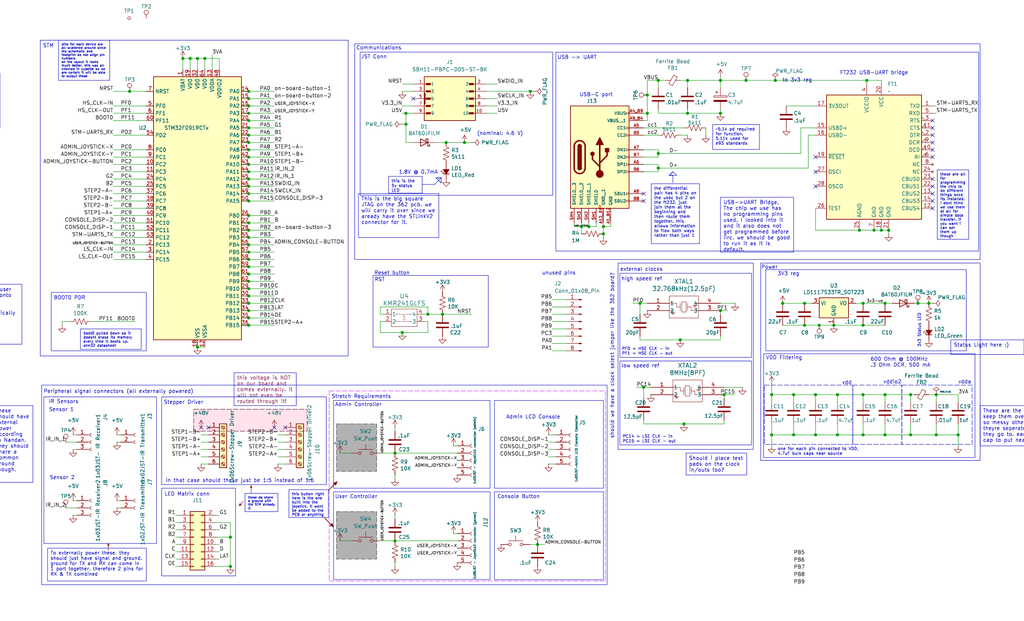
<source format=kicad_sch>
(kicad_sch (version 20250114) (generator "eeschema") (generator_version "9.0")
  (paper "USLegal")
  (title_block (title "AutonAir") (company "Purdue University ECE49595"))
  (rectangle (start 215.2605 125.4674) (end 260.9805 154.6424))
  (rectangle (start 265.938 93.726) (end 335.534 121.92))
  (rectangle (start 116.84 147.32) (end 130.81 163.83) (stroke (width 0) (type dash) (color 75 75 75 0.38)) (fill (type color) (color 39 39 39 0.36)))
  (rectangle (start 116.84 177.8) (end 130.81 194.31) (stroke (width 0) (type dash) (color 75 75 75 0.38)) (fill (type color) (color 39 39 39 0.36)))
  (rectangle (start 171.704 139.192) (end 209.55 169.672))
  (rectangle (start 125.0543 18.1012) (end 191.9399 67.8852))
  (rectangle (start 193.0367 18.1467) (end 339.852 87.2347))
  (rectangle (start 171.704 170.9419) (end 209.55 201.4709))
  (rectangle (start 114.3 135.89) (end 210.2209 201.93) (stroke (width 0) (type dash) (color 202 31 255 1)))
  (rectangle (start 15.24 137.9219) (end 54.356 188.8867))
  (rectangle (start 17.78 101.6) (end 50.8 121.92))
  (rectangle (start 123.19 15.24) (end 340.36 90.17))
  (rectangle (start 296.164 133.858) (end 313.182 154.432) (stroke (width 0) (type dash)))
  (rectangle (start 215.2605 94.9874) (end 260.9805 124.1974))
  (rectangle (start 56.134 169.672) (end 81.788 200.1519))
  (rectangle (start 264.16 91.44) (end 340.36 160.02))
  (rectangle (start 313.182 133.858) (end 337.566 154.432) (stroke (width 0) (type dash)))
  (rectangle (start 265.176 122.936) (end 338.582 159.004))
  (rectangle (start 13.97 13.97) (end 120.904 123.698))
  (rectangle (start 67.31 142.24) (end 106.68 149.86) (stroke (width 0) (type dash) (color 75 7 38 0.15)) (fill (type color) (color 255 35 101 0.13)))
  (rectangle (start 56.134 137.922) (end 113.2839 168.4019))
  (rectangle (start 115.824 139.192) (end 170.18 169.672))
  (rectangle (start 129.54 95.7237) (end 169.549 120.6499))
  (rectangle (start 14.4779 133.8579) (end 210.8199 203.1999))
  (rectangle (start 214.63 91.44) (end 261.62 156.21))
  (rectangle (start 115.824 170.942) (end 170.18 201.422))
  (rectangle (start 265.43 133.858) (end 296.164 154.432) (stroke (width 0) (type dash)))
  (text "Reset button" (at 136.144 94.996 0) (effects (font (size 1.27 1.27))))
  (text "Sensor 2" (at 21.59 166.116 0) (effects (font (size 1.27 1.27))))
  (text "unused pins" (at 194.056 94.996 0) (effects (font (size 1.27 1.27))))
  (text "JST Conn" (at 129.8803 19.8792 0) (effects (font (size 1.27 1.27))))
  (text "USB-C port" (at 207.01 33.02 0) (effects (font (size 1.27 1.27))))
  (text "Console Button" (at 180.086 172.72 0) (effects (font (size 1.27 1.27))))
  (text "Communications" (at 131.572 16.764 0) (effects (font (size 1.27 1.27))))
  (text "BOOT0 PDR" (at 24.13 103.632 0) (effects (font (size 1.27 1.27))))
  (text "RST" (at 131.826 97.282 0) (effects (font (size 1.27 1.27))))
  (text "external clocks" (at 222.758 93.726 0) (effects (font (size 1.27 1.27))))
  (text "low speed ref" (at 222.3725 127.2454 0) (effects (font (size 1.27 1.27))))
  (text "high speed ref" (at 222.8805 97.0194 0) (effects (font (size 1.27 1.27))))
  (text "User Controller\n" (at 123.698 172.72 0) (effects (font (size 1.27 1.27))))
  (text "Power" (at 267.208 92.964 0) (effects (font (size 1.27 1.27))))
  (text "3v3 Status LED" (at 319.278 114.808 90) (effects (font (size 1.016 1.016))))
  (text "should we have a clock select jumper like the 362 board?" (at 212.598 123.698 90) (effects (font (size 1.27 1.27))))
  (text "600 Ohm @ 100MHz\n.3 Ohm DCR, 500 mA" (at 302.26 127.762 0) (effects (font (size 1.27 1.27)) (justify left bottom)))
  (text "STM\n" (at 16.764 16.002 0) (effects (font (size 1.27 1.27))))
  (text "3V3 reg" (at 273.812 95.25 0) (effects (font (size 1.27 1.27))))
  (text "Admin Controller\n" (at 124.46 140.716 0) (effects (font (size 1.27 1.27))))
  (text "one for each pin connected to VDD,\n4.7uF bulk caps near source" (at 270.002 156.972 0) (effects (font (size 1.016 1.016)) (justify left)))
  (text "Stepper Driver\n" (at 63.754 139.954 0) (effects (font (size 1.27 1.27))))
  (text "Peripheral signal connectors (all externally powered)" (at 41.148 136.144 0) (effects (font (size 1.27 1.27))))
  (text "in that case should these just be 1:5 instead of 1:6\n" (at 83.312 167.132 0) (effects (font (size 1.27 1.27))))
  (text "two diff kinds of tp - \npad (left) and drill hole (right):" (at 37.338 -2.032 0) (effects (font (size 1.27 1.27)) (justify left)))
  (text "vdd" (at 294.132 133.096 0) (effects (font (size 1.27 1.27))))
  (text "vdda" (at 335.026 132.842 0) (effects (font (size 1.27 1.27))))
  (text "PF0 = HSE CLK - in\nPF1 = HSE CLK - out" (at 215.9 122.174 0) (effects (font (size 1.016 1.016)) (justify left)))
  (text "FT232 USB-UART bridge" (at 303.53 25.4 0) (effects (font (size 1.27 1.27))))
  (text "vddio2" (at 309.88 132.842 0) (effects (font (size 1.27 1.27))))
  (text "to 3v3 reg" (at 276.86 27.94 0) (effects (font (size 1.27 1.27))))
  (text "Admin LCD Console\n" (at 185.166 145.034 0) (effects (font (size 1.27 1.27))))
  (text "IR Sensors" (at 22.098 139.7 0) (effects (font (size 1.27 1.27))))
  (text "LED Matrix conn" (at 64.9916 171.8426 0) (effects (font (size 1.27 1.27))))
  (text "PC14 = LSE CLK - in\nPC15 = LSE CLK - out" (at 216.154 152.654 0) (effects (font (size 1.016 1.016)) (justify left)))
  (text "VDD Filtering" (at 272.288 124.46 0) (effects (font (size 1.27 1.27))))
  (text "USB -> UART\n\n" (at 200.406 21.082 0) (effects (font (size 1.27 1.27))))
  (text "Stretch Requirements" (at 125.476 137.922 0) (effects (font (size 1.27 1.27))))
  (text "Sensor 1" (at 21.336 142.494 0) (effects (font (size 1.27 1.27))))
  (text "1.8V @ 0.7mA" (at 138.43 60.706 0) (effects (font (size 1.27 1.27)) (justify left bottom)))
  (text "(nominal: 4.6 V)" (at 165.608 47.244 0) (effects (font (size 1.27 1.27)) (justify left bottom)))
  (text_box "Should i place test pads on the clock in/outs too?" (at 238.252 157.48 0) (size 21.082 7.62) (margins 0.9525 0.9525 0.9525 0.9525) (effects (font (size 1.27 1.27)) (justify left top)))
  (text_box "esd prot - anything a user might touch that goes onto the board\ndual schottky diode\n	-chips sold specifically for this purpose\n\n-controls\n-usb\n" (at -23.876 98.806 0) (size 31.496 20.828) (margins 0.9525 0.9525 0.9525 0.9525) (effects (font (size 1.27 1.27)) (justify left top)))
  (text_box "this button right here is the one built into the joystick. it wont be added to the PCB or anything" (at 100.33 170.18 0) (size 13.716 9.652) (margins 0.9525 0.9525 0.9525 0.9525) (effects (font (size 0.889 0.889)) (justify left top)))
  (text_box "boot0 pulled down so it doesnt erase its memory every time it boots up. stm32 datasheet" (at 27.94 114.3 0) (size 21.082 7.112) (margins 0.9525 0.9525 0.9525 0.9525) (effects (font (size 0.889 0.889)) (justify left top)))
  (text_box "To externally power these, they should just have signal and ground. ground for TX and RX can come in 1 port together. therefore 2 pins for RX & TX combined" (at 16.51 190.5 0) (size 34.29 11.43) (margins 0.9525 0.9525 0.9525 0.9525) (effects (font (size 1.143 1.143)) (justify left top)))
  (text_box "vias 15 mils hole diameter\nuntinted vias for tp\n\n" (at -27.94 25.4 0) (size 27.94 19.05) (margins 0.9525 0.9525 0.9525 0.9525) (effects (font (size 1.27 1.27)) (justify left top)))
  (text_box "these do share a ground with the STM already :)" (at 85.09 171.45 0) (size 11.43 6.35) (margins 0.9525 0.9525 0.9525 0.9525) (effects (font (size 0.762 0.762)) (justify left top)))
  (text_box "the differential pair has 4 pins on the usbc but 2 on the ft232. just join them at the beginning and then route them together. this allows information to flow both ways rather than just 1" (at 226.1506 63.8667 0) (size 16.764 20.828) (margins 0.9525 0.9525 0.9525 0.9525) (effects (font (size 1.016 1.016)) (justify left top)))
  (text_box "~5.1k pd required for function. 5.11k used for e93 standards" (at 247.4866 43.2927 0) (size 16.256 8.636) (margins 0.9525 0.9525 0.9525 0.9525) (effects (font (size 1.016 1.016)) (justify left top)))
  (text_box "This is the big square JTAG on the 362 pcb. we will carry it over since we aready have the STLinkV2 connector for it." (at 124.46 67.31 0) (size 27.94 15.24) (margins 0.9525 0.9525 0.9525 0.9525) (effects (font (size 1.27 1.27)) (justify left top)))
  (text_box "this is the 5v status LED" (at 134.9209 61.3006 0) (size 11.684 5.842) (margins 0.9525 0.9525 0.9525 0.9525) (effects (font (size 1.016 1.016)) (justify left top)))
  (text_box "Status Light here :)" (at 330.2 118.11 0) (size 25.4 5.08) (margins 0.9525 0.9525 0.9525 0.9525) (effects (font (size 1.27 1.27)) (justify left top)))
  (text_box "this voltage is NOT on our board and comes externally. it will not even be routed through it!" (at 81.28 129.54 0) (size 21.59 11.43) (margins 0.9525 0.9525 0.9525 0.9525) (effects (font (size 1.27 1.27)) (justify left top)))
  (text_box "These should have external power according to Nandan. They should share a common ground though." (at -2.54 140.97 0) (size 13.97 26.67) (margins 0.9525 0.9525 0.9525 0.9525) (effects (font (size 1.27 1.27)) (justify left top)))
  (text_box "these are all for programming the chip to do different things once its installed. i dont think we use them at all for simple data transfer. if you want i can set them up though" (at 325.4646 59.0407 0) (size 10.922 24.13) (margins 0.9525 0.9525 0.9525 0.9525) (effects (font (size 0.889 0.889)) (justify left top)))
  (text_box "These are the decoupling caps. I keep them over here because it is so messy otherwise.\ntheyre seperated by which pin group they go to. each section has a bulk cap to put near the usbc\n" (at 340.36 140.97 0) (size 38.1 13.97) (margins 0.9525 0.9525 0.9525 0.9525) (effects (font (size 1.27 1.27)) (justify left top)))
  (text_box "USB->UART Bridge. The chip we use has no programming pins used. I looked into it and it also does not get programmed before iirc. we should be good to run it as it is default.\n" (at 250.19 68.58 0) (size 25.4 19.05) (margins 0.9525 0.9525 0.9525 0.9525) (effects (font (size 1.27 1.27)) (justify left top)))
  (text_box "pins for each device are all scattered around since the schematic and footprint do not align pin numbers\non the layout it looks much better. this was all checked in cubeide so we are certain it will be able to output these" (at 20.32 13.97 0) (size 17.78 13.97) (margins 0.9525 0.9525 0.9525 0.9525) (effects (font (size 0.762 0.762)) (justify left top)))
  (junction (at 86.36 69.85))
  (junction (at 325.12 137.16))
  (junction (at 322.58 105.41))
  (junction (at 271.78 105.41))
  (junction (at 86.36 59.69))
  (junction (at 316.23 151.13))
  (junction (at 186.69 189.23))
  (junction (at 86.36 92.71))
  (junction (at 86.36 107.95))
  (junction (at 86.36 87.63))
  (junction (at 267.97 137.16))
  (junction (at 251.46 137.16))
  (junction (at 228.6 27.94))
  (junction (at 224.79 39.37))
  (junction (at 86.36 90.17))
  (junction (at 86.36 64.77))
  (junction (at 325.12 151.13))
  (junction (at 283.21 151.13))
  (junction (at 209.55 81.28))
  (junction (at 209.55 78.74))
  (junction (at 236.22 118.11))
  (junction (at 316.23 137.16))
  (junction (at 284.48 113.03))
  (junction (at 267.97 151.13))
  (junction (at 137.16 187.96))
  (junction (at 307.34 137.16))
  (junction (at 86.36 49.53))
  (junction (at 275.59 151.13))
  (junction (at 223.52 134.62))
  (junction (at 307.34 151.13))
  (junction (at 86.36 113.03))
  (junction (at 275.59 137.16))
  (junction (at 290.83 151.13))
  (junction (at 238.76 39.37))
  (junction (at 86.36 39.37))
  (junction (at 250.19 39.37))
  (junction (at 86.36 41.91))
  (junction (at 184.15 31.75))
  (junction (at 66.04 20.32))
  (junction (at 228.6 58.42))
  (junction (at 237.49 147.32))
  (junction (at 86.36 34.29))
  (junction (at 224.79 33.02))
  (junction (at 250.19 27.94))
  (junction (at 140.97 39.37))
  (junction (at 86.36 97.79))
  (junction (at 86.36 110.49))
  (junction (at 238.76 27.94))
  (junction (at 279.4 105.41))
  (junction (at 86.36 54.61))
  (junction (at 140.97 43.18))
  (junction (at 86.36 77.47))
  (junction (at 86.36 62.23))
  (junction (at 222.25 105.41))
  (junction (at 86.36 31.75))
  (junction (at 86.36 67.31))
  (junction (at 86.36 82.55))
  (junction (at 153.67 109.22))
  (junction (at 259.08 27.94))
  (junction (at 318.77 105.41))
  (junction (at 86.36 80.01))
  (junction (at 86.36 74.93))
  (junction (at 204.47 78.74))
  (junction (at 63.5 20.32))
  (junction (at 148.59 109.22))
  (junction (at 86.36 46.99))
  (junction (at 86.36 36.83))
  (junction (at 308.61 80.01))
  (junction (at 299.72 105.41))
  (junction (at 299.72 113.03))
  (junction (at 86.36 57.15))
  (junction (at 283.21 137.16))
  (junction (at 290.83 137.16))
  (junction (at 250.19 107.95))
  (junction (at 161.29 49.53))
  (junction (at 289.56 113.03))
  (junction (at 228.6 53.34))
  (junction (at 299.72 137.16))
  (junction (at 201.93 78.74))
  (junction (at 269.24 27.94))
  (junction (at 86.36 44.45))
  (junction (at 139.7 115.57))
  (junction (at 68.58 120.65))
  (junction (at 299.72 151.13))
  (junction (at 86.36 52.07))
  (junction (at 332.74 151.13))
  (junction (at 137.16 157.48))
  (junction (at 298.45 80.01))
  (junction (at 86.36 100.33))
  (junction (at 86.36 105.41))
  (junction (at 86.36 85.09))
  (junction (at 80.01 186.69))
  (junction (at 306.07 80.01))
  (junction (at 300.99 27.94))
  (junction (at 86.36 102.87))
  (junction (at 307.34 105.41))
  (junction (at 71.12 20.32))
  (junction (at 154.94 49.53))
  (junction (at 80.01 196.85))
  (junction (at 279.4 113.03))
  (junction (at 45.0264 31.75))
  (junction (at 86.36 95.25))
  (junction (at 68.58 20.32))
  (junction (at 303.53 80.01))
  (no_connect (at 72.39 148.59))
  (no_connect (at 223.52 67.31))
  (no_connect (at 69.85 148.59))
  (no_connect (at 95.25 148.59))
  (no_connect (at 323.85 54.61))
  (no_connect (at 223.52 69.85))
  (no_connect (at 143.51 34.29))
  (no_connect (at 323.85 67.31))
  (no_connect (at 323.85 46.99))
  (no_connect (at 323.85 64.77))
  (no_connect (at 283.21 64.77))
  (no_connect (at 323.85 62.23))
  (no_connect (at 99.06 148.59))
  (no_connect (at 323.85 72.39))
  (no_connect (at 323.85 44.45))
  (no_connect (at 323.85 49.53))
  (no_connect (at 323.85 69.85))
  (no_connect (at 323.85 52.07))
  (no_connect (at 283.21 59.69))
  (no_connect (at 283.21 54.61))
  (no_connect (at 323.85 41.91))
  (wire (pts (xy 86.36 39.37) (xy 95.25 39.37)))
  (wire (pts (xy 22.86 176.53) (xy 26.67 176.53)))
  (wire (pts (xy 68.58 20.32) (xy 68.58 24.13)))
  (wire (pts (xy 238.76 39.37) (xy 250.19 39.37)))
  (wire (pts (xy 137.16 187.96) (xy 158.75 187.96)))
  (wire (pts (xy 238.76 46.99) (xy 236.22 46.99)))
  (wire (pts (xy 143.51 39.37) (xy 140.97 39.37)))
  (wire (pts (xy 83.82 97.79) (xy 86.36 97.79)))
  (wire (pts (xy 228.6 52.07) (xy 228.6 53.34)))
  (wire (pts (xy 83.82 95.25) (xy 86.36 95.25)))
  (wire (pts (xy 222.25 118.11) (xy 236.22 118.11)))
  (wire (pts (xy 83.82 52.07) (xy 86.36 52.07)))
  (wire (pts (xy 220.98 134.62) (xy 223.52 134.62)))
  (wire (pts (xy 228.6 58.42) (xy 228.6 59.69)))
  (wire (pts (xy 86.36 49.53) (xy 95.25 49.53)))
  (wire (pts (xy 60.96 179.07) (xy 62.23 179.07)))
  (wire (pts (xy 50.8 74.93) (xy 39.37 74.93)))
  (wire (pts (xy 224.79 39.37) (xy 224.79 33.02)))
  (wire (pts (xy 209.55 78.74) (xy 209.55 81.28)))
  (wire (pts (xy 267.97 137.16) (xy 275.59 137.16)))
  (wire (pts (xy 223.52 146.05) (xy 223.52 147.32)))
  (wire (pts (xy 86.36 85.09) (xy 95.25 85.09)))
  (wire (pts (xy 50.8 54.61) (xy 39.37 54.61)))
  (wire (pts (xy 39.37 41.91) (xy 50.8 41.91)))
  (wire (pts (xy 86.36 52.07) (xy 95.25 52.07)))
  (wire (pts (xy 318.77 105.41) (xy 322.58 105.41)))
  (wire (pts (xy 137.16 166.37) (xy 137.16 165.1)))
  (wire (pts (xy 325.12 151.13) (xy 332.74 151.13)))
  (wire (pts (xy 83.82 113.03) (xy 86.36 113.03)))
  (wire (pts (xy 133.35 111.76) (xy 132.08 111.76)))
  (wire (pts (xy 83.82 77.47) (xy 86.36 77.47)))
  (wire (pts (xy 191.77 116.84) (xy 196.85 116.84)))
  (wire (pts (xy 96.52 153.67) (xy 99.06 153.67)))
  (wire (pts (xy 132.08 187.96) (xy 137.16 187.96)))
  (polyline (pts (xy 150.9229 64.0946) (xy 153.2089 61.8086)))
  (wire (pts (xy 132.08 115.57) (xy 139.7 115.57)))
  (wire (pts (xy 76.2 191.77) (xy 74.93 191.77)))
  (wire (pts (xy 39.37 31.75) (xy 45.0264 31.75)))
  (wire (pts (xy 299.72 137.16) (xy 307.34 137.16)))
  (wire (pts (xy 250.19 39.37) (xy 250.19 38.1)))
  (wire (pts (xy 86.36 92.71) (xy 95.25 92.71)))
  (wire (pts (xy 325.12 137.16) (xy 332.74 137.16)))
  (wire (pts (xy 275.59 137.16) (xy 283.21 137.16)))
  (wire (pts (xy 139.7 43.18) (xy 140.97 43.18)))
  (wire (pts (xy 238.76 38.1) (xy 238.76 39.37)))
  (wire (pts (xy 226.06 134.62) (xy 223.52 134.62)))
  (wire (pts (xy 300.99 27.94) (xy 306.07 27.94)))
  (wire (pts (xy 299.72 105.41) (xy 307.34 105.41)))
  (wire (pts (xy 250.19 27.94) (xy 259.08 27.94)))
  (wire (pts (xy 50.8 52.07) (xy 39.37 52.07)))
  (wire (pts (xy 283.21 44.45) (xy 278.13 44.45)))
  (wire (pts (xy 224.79 41.91) (xy 224.79 39.37)))
  (wire (pts (xy 50.8 39.37) (xy 39.37 39.37)))
  (polyline (pts (xy 232.41 60.96) (xy 233.68 59.69)))
  (wire (pts (xy 86.36 67.31) (xy 95.25 67.31)))
  (wire (pts (xy 191.77 104.14) (xy 196.85 104.14)))
  (wire (pts (xy 96.52 156.21) (xy 99.06 156.21)))
  (wire (pts (xy 96.52 161.29) (xy 99.06 161.29)))
  (wire (pts (xy 83.82 90.17) (xy 86.36 90.17)))
  (wire (pts (xy 307.34 151.13) (xy 316.23 151.13)))
  (wire (pts (xy 50.8 36.83) (xy 39.37 36.83)))
  (wire (pts (xy 86.36 87.63) (xy 95.25 87.63)))
  (polyline (pts (xy 152.9549 63.3326) (xy 153.2089 63.5866)))
  (wire (pts (xy 40.64 176.53) (xy 41.91 176.53)))
  (wire (pts (xy 132.08 157.48) (xy 137.16 157.48)))
  (wire (pts (xy 190.5 158.75) (xy 193.04 158.75)))
  (wire (pts (xy 83.82 54.61) (xy 86.36 54.61)))
  (wire (pts (xy 259.08 27.94) (xy 269.24 27.94)))
  (wire (pts (xy 223.52 41.91) (xy 224.79 41.91)))
  (wire (pts (xy 86.36 110.49) (xy 95.25 110.49)))
  (wire (pts (xy 76.2 184.15) (xy 74.93 184.15)))
  (wire (pts (xy 83.82 44.45) (xy 86.36 44.45)))
  (wire (pts (xy 76.2 189.23) (xy 74.93 189.23)))
  (wire (pts (xy 298.45 80.01) (xy 303.53 80.01)))
  (wire (pts (xy 73.66 19.05) (xy 73.66 24.13)))
  (wire (pts (xy 139.7 115.57) (xy 139.7 116.84)))
  (wire (pts (xy 275.59 137.16) (xy 275.59 139.7)))
  (wire (pts (xy 228.6 57.15) (xy 228.6 58.42)))
  (wire (pts (xy 284.48 113.03) (xy 289.56 113.03)))
  (wire (pts (xy 25.4 173.99) (xy 26.67 173.99)))
  (wire (pts (xy 207.01 77.47) (xy 207.01 78.74)))
  (polyline (pts (xy 233.68 59.69) (xy 234.95 60.96)))
  (wire (pts (xy 137.16 157.48) (xy 158.75 157.48)))
  (wire (pts (xy 267.97 137.16) (xy 267.97 139.7)))
  (wire (pts (xy 40.64 153.67) (xy 41.91 153.67)))
  (wire (pts (xy 283.21 147.32) (xy 283.21 151.13)))
  (wire (pts (xy 224.79 105.41) (xy 222.25 105.41)))
  (wire (pts (xy 157.48 185.42) (xy 158.75 185.42)))
  (wire (pts (xy 71.12 120.65) (xy 68.58 120.65)))
  (polyline (pts (xy 232.41 60.96) (xy 233.68 60.96)))
  (wire (pts (xy 223.52 134.62) (xy 223.52 138.43)))
  (wire (pts (xy 50.8 82.55) (xy 39.37 82.55)))
  (wire (pts (xy 132.08 106.68) (xy 148.59 106.68)))
  (wire (pts (xy 290.83 147.32) (xy 290.83 151.13)))
  (wire (pts (xy 306.07 80.01) (xy 308.61 80.01)))
  (wire (pts (xy 137.16 148.59) (xy 137.16 149.86)))
  (wire (pts (xy 50.8 64.77) (xy 39.37 64.77)))
  (wire (pts (xy 118.11 157.48) (xy 121.92 157.48)))
  (wire (pts (xy 228.6 38.1) (xy 228.6 39.37)))
  (wire (pts (xy 168.91 36.83) (xy 172.72 36.83)))
  (wire (pts (xy 332.74 154.94) (xy 332.74 151.13)))
  (wire (pts (xy 80.01 186.69) (xy 80.01 196.85)))
  (wire (pts (xy 86.36 64.77) (xy 95.25 64.77)))
  (wire (pts (xy 251.46 137.16) (xy 251.46 138.43)))
  (wire (pts (xy 300.99 27.94) (xy 300.99 29.21)))
  (wire (pts (xy 45.0264 31.75) (xy 50.8 31.75)))
  (wire (pts (xy 289.56 113.03) (xy 299.72 113.03)))
  (wire (pts (xy 316.23 147.32) (xy 316.23 151.13)))
  (polyline (pts (xy 232.41 60.96) (xy 234.95 60.96)))
  (wire (pts (xy 308.61 81.28) (xy 308.61 80.01)))
  (wire (pts (xy 154.94 49.53) (xy 151.13 49.53)))
  (wire (pts (xy 69.85 151.13) (xy 72.39 151.13)))
  (wire (pts (xy 250.19 107.95) (xy 250.19 109.22)))
  (wire (pts (xy 271.78 105.41) (xy 279.4 105.41)))
  (wire (pts (xy 69.85 158.75) (xy 72.39 158.75)))
  (wire (pts (xy 275.59 151.13) (xy 283.21 151.13)))
  (wire (pts (xy 267.97 147.32) (xy 267.97 151.13)))
  (wire (pts (xy 83.82 69.85) (xy 86.36 69.85)))
  (wire (pts (xy 316.23 137.16) (xy 316.23 139.7)))
  (wire (pts (xy 297.18 105.41) (xy 299.72 105.41)))
  (wire (pts (xy 25.4 156.21) (xy 26.67 156.21)))
  (wire (pts (xy 86.36 31.75) (xy 95.25 31.75)))
  (wire (pts (xy 137.16 196.85) (xy 137.16 195.58)))
  (wire (pts (xy 251.46 147.32) (xy 251.46 146.05)))
  (wire (pts (xy 157.48 154.94) (xy 158.75 154.94)))
  (wire (pts (xy 69.85 153.67) (xy 72.39 153.67)))
  (wire (pts (xy 40.64 151.13) (xy 41.91 151.13)))
  (wire (pts (xy 224.79 27.94) (xy 228.6 27.94)))
  (wire (pts (xy 190.5 151.13) (xy 193.04 151.13)))
  (wire (pts (xy 281.94 105.41) (xy 279.4 105.41)))
  (wire (pts (xy 283.21 137.16) (xy 290.83 137.16)))
  (wire (pts (xy 86.36 59.69) (xy 95.25 59.69)))
  (wire (pts (xy 86.36 113.03) (xy 95.25 113.03)))
  (wire (pts (xy 132.08 109.22) (xy 132.08 106.68)))
  (wire (pts (xy 209.55 77.47) (xy 209.55 78.74)))
  (wire (pts (xy 140.97 43.18) (xy 140.97 49.53)))
  (wire (pts (xy 86.36 54.61) (xy 95.25 54.61)))
  (wire (pts (xy 269.24 27.94) (xy 300.99 27.94)))
  (wire (pts (xy 86.36 77.47) (xy 95.25 77.47)))
  (wire (pts (xy 86.36 44.45) (xy 95.25 44.45)))
  (wire (pts (xy 50.8 72.39) (xy 39.37 72.39)))
  (wire (pts (xy 50.8 77.47) (xy 39.37 77.47)))
  (wire (pts (xy 332.74 137.16) (xy 332.74 139.7)))
  (wire (pts (xy 76.2 194.31) (xy 74.93 194.31)))
  (wire (pts (xy 60.96 186.69) (xy 62.23 186.69)))
  (wire (pts (xy 86.36 82.55) (xy 95.25 82.55)))
  (wire (pts (xy 271.78 113.03) (xy 279.4 113.03)))
  (wire (pts (xy 83.82 74.93) (xy 86.36 74.93)))
  (wire (pts (xy 223.52 44.45) (xy 237.49 44.45)))
  (wire (pts (xy 283.21 137.16) (xy 283.21 139.7)))
  (wire (pts (xy 83.82 34.29) (xy 86.36 34.29)))
  (polyline (pts (xy 232.41 60.96) (xy 233.68 59.69)))
  (wire (pts (xy 21.59 111.76) (xy 24.13 111.76)))
  (wire (pts (xy 68.58 20.32) (xy 71.12 20.32)))
  (wire (pts (xy 250.19 27.94) (xy 250.19 26.67)))
  (wire (pts (xy 83.82 36.83) (xy 86.36 36.83)))
  (wire (pts (xy 50.8 46.99) (xy 39.37 46.99)))
  (wire (pts (xy 83.82 87.63) (xy 86.36 87.63)))
  (wire (pts (xy 325.12 137.16) (xy 325.12 139.7)))
  (wire (pts (xy 71.12 20.32) (xy 71.12 24.13)))
  (wire (pts (xy 133.35 109.22) (xy 132.08 109.22)))
  (wire (pts (xy 148.59 115.57) (xy 139.7 115.57)))
  (wire (pts (xy 148.59 109.22) (xy 153.67 109.22)))
  (wire (pts (xy 153.67 109.22) (xy 163.83 109.22)))
  (polyline (pts (xy 233.68 60.96) (xy 233.68 63.5)))
  (wire (pts (xy 140.97 39.37) (xy 139.7 39.37)))
  (wire (pts (xy 74.93 186.69) (xy 80.01 186.69)))
  (wire (pts (xy 60.96 189.23) (xy 62.23 189.23)))
  (wire (pts (xy 278.13 44.45) (xy 278.13 53.34)))
  (wire (pts (xy 252.73 107.95) (xy 250.19 107.95)))
  (wire (pts (xy 83.82 100.33) (xy 86.36 100.33)))
  (wire (pts (xy 83.82 59.69) (xy 86.36 59.69)))
  (wire (pts (xy 267.97 151.13) (xy 267.97 154.94)))
  (wire (pts (xy 223.52 54.61) (xy 228.6 54.61)))
  (wire (pts (xy 83.82 39.37) (xy 86.36 39.37)))
  (wire (pts (xy 212.09 78.74) (xy 209.55 78.74)))
  (wire (pts (xy 71.12 20.32) (xy 76.2 20.32)))
  (wire (pts (xy 273.05 36.83) (xy 283.21 36.83)))
  (wire (pts (xy 83.82 41.91) (xy 86.36 41.91)))
  (wire (pts (xy 184.15 31.75) (xy 185.42 31.75)))
  (wire (pts (xy 25.4 151.13) (xy 26.67 151.13)))
  (wire (pts (xy 190.5 161.29) (xy 193.04 161.29)))
  (wire (pts (xy 22.86 153.67) (xy 26.67 153.67)))
  (polyline (pts (xy 151.4309 61.8086) (xy 153.2089 61.8086)))
  (wire (pts (xy 60.96 194.31) (xy 62.23 194.31)))
  (wire (pts (xy 50.8 87.63) (xy 39.37 87.63)))
  (wire (pts (xy 299.72 137.16) (xy 299.72 139.7)))
  (wire (pts (xy 219.71 105.41) (xy 222.25 105.41)))
  (wire (pts (xy 191.77 119.38) (xy 196.85 119.38)))
  (wire (pts (xy 201.93 81.28) (xy 201.93 78.74)))
  (wire (pts (xy 83.82 62.23) (xy 86.36 62.23)))
  (wire (pts (xy 96.52 151.13) (xy 99.06 151.13)))
  (wire (pts (xy 228.6 27.94) (xy 228.6 30.48)))
  (wire (pts (xy 190.5 156.21) (xy 193.04 156.21)))
  (polyline (pts (xy 151.4309 61.8086) (xy 153.2089 61.8086)))
  (wire (pts (xy 118.11 187.96) (xy 121.92 187.96)))
  (wire (pts (xy 322.58 105.41) (xy 323.85 105.41)))
  (wire (pts (xy 316.23 151.13) (xy 325.12 151.13)))
  (wire (pts (xy 204.47 77.47) (xy 204.47 78.74)))
  (wire (pts (xy 86.36 90.17) (xy 95.25 90.17)))
  (wire (pts (xy 83.82 110.49) (xy 86.36 110.49)))
  (wire (pts (xy 50.8 67.31) (xy 39.37 67.31)))
  (wire (pts (xy 86.36 46.99) (xy 95.25 46.99)))
  (wire (pts (xy 299.72 147.32) (xy 299.72 151.13)))
  (wire (pts (xy 63.5 20.32) (xy 66.04 20.32)))
  (wire (pts (xy 223.52 59.69) (xy 228.6 59.69)))
  (polyline (pts (xy 153.2089 63.3326) (xy 152.9549 63.3326)))
  (wire (pts (xy 63.5 24.13) (xy 63.5 20.32)))
  (wire (pts (xy 74.93 181.61) (xy 80.01 181.61)))
  (wire (pts (xy 309.88 105.41) (xy 307.34 105.41)))
  (wire (pts (xy 25.4 179.07) (xy 26.67 179.07)))
  (wire (pts (xy 40.64 173.99) (xy 41.91 173.99)))
  (wire (pts (xy 224.79 33.02) (xy 224.79 27.94)))
  (wire (pts (xy 83.82 64.77) (xy 86.36 64.77)))
  (wire (pts (xy 290.83 137.16) (xy 290.83 139.7)))
  (wire (pts (xy 186.69 189.23) (xy 189.23 189.23)))
  (wire (pts (xy 80.01 181.61) (xy 80.01 186.69)))
  (wire (pts (xy 86.36 62.23) (xy 95.25 62.23)))
  (wire (pts (xy 307.34 137.16) (xy 316.23 137.16)))
  (wire (pts (xy 50.8 90.17) (xy 39.37 90.17)))
  (wire (pts (xy 316.23 137.16) (xy 317.5 137.16)))
  (wire (pts (xy 83.82 31.75) (xy 86.36 31.75)))
  (wire (pts (xy 228.6 53.34) (xy 278.13 53.34)))
  (wire (pts (xy 148.59 106.68) (xy 148.59 109.22)))
  (wire (pts (xy 307.34 137.16) (xy 307.34 139.7)))
  (wire (pts (xy 50.8 69.85) (xy 39.37 69.85)))
  (wire (pts (xy 168.91 31.75) (xy 184.15 31.75)))
  (wire (pts (xy 86.36 97.79) (xy 95.25 97.79)))
  (wire (pts (xy 228.6 39.37) (xy 238.76 39.37)))
  (wire (pts (xy 212.09 77.47) (xy 212.09 78.74)))
  (wire (pts (xy 332.74 147.32) (xy 332.74 151.13)))
  (polyline (pts (xy 232.41 60.96) (xy 232.41 60.96)))
  (wire (pts (xy 303.53 80.01) (xy 306.07 80.01)))
  (wire (pts (xy 204.47 78.74) (xy 201.93 78.74)))
  (wire (pts (xy 283.21 80.01) (xy 283.21 72.39)))
  (wire (pts (xy 140.97 49.53) (xy 143.51 49.53)))
  (wire (pts (xy 238.76 27.94) (xy 238.76 30.48)))
  (wire (pts (xy 60.96 191.77) (xy 62.23 191.77)))
  (wire (pts (xy 86.36 41.91) (xy 95.25 41.91)))
  (wire (pts (xy 257.81 134.62) (xy 251.46 134.62)))
  (wire (pts (xy 96.52 158.75) (xy 99.06 158.75)))
  (wire (pts (xy 255.27 105.41) (xy 250.19 105.41)))
  (wire (pts (xy 83.82 102.87) (xy 86.36 102.87)))
  (wire (pts (xy 280.67 58.42) (xy 280.67 46.99)))
  (wire (pts (xy 139.7 31.75) (xy 143.51 31.75)))
  (wire (pts (xy 307.34 147.32) (xy 307.34 151.13)))
  (wire (pts (xy 168.91 34.29) (xy 172.72 34.29)))
  (wire (pts (xy 190.5 153.67) (xy 193.04 153.67)))
  (wire (pts (xy 86.36 95.25) (xy 95.25 95.25)))
  (wire (pts (xy 207.01 78.74) (xy 204.47 78.74)))
  (wire (pts (xy 267.97 133.35) (xy 267.97 137.16)))
  (wire (pts (xy 66.04 20.32) (xy 68.58 20.32)))
  (wire (pts (xy 168.91 39.37) (xy 172.72 39.37)))
  (wire (pts (xy 154.94 49.53) (xy 161.29 49.53)))
  (wire (pts (xy 86.36 107.95) (xy 95.25 107.95)))
  (polyline (pts (xy 146.6049 64.0946) (xy 150.9229 64.0946)))
  (wire (pts (xy 280.67 46.99) (xy 283.21 46.99)))
  (wire (pts (xy 137.16 179.07) (xy 137.16 180.34)))
  (wire (pts (xy 222.25 105.41) (xy 222.25 109.22)))
  (wire (pts (xy 50.8 59.69) (xy 39.37 59.69)))
  (wire (pts (xy 83.82 49.53) (xy 86.36 49.53)))
  (wire (pts (xy 21.59 113.03) (xy 21.59 111.76)))
  (wire (pts (xy 255.27 137.16) (xy 251.46 137.16)))
  (wire (pts (xy 275.59 151.13) (xy 267.97 151.13)))
  (wire (pts (xy 86.36 36.83) (xy 95.25 36.83)))
  (wire (pts (xy 299.72 151.13) (xy 307.34 151.13)))
  (wire (pts (xy 161.29 49.53) (xy 163.83 49.53)))
  (wire (pts (xy 191.77 109.22) (xy 196.85 109.22)))
  (polyline (pts (xy 151.4309 61.8086) (xy 152.9549 63.3326)))
  (wire (pts (xy 86.36 57.15) (xy 95.25 57.15)))
  (wire (pts (xy 238.76 27.94) (xy 250.19 27.94)))
  (wire (pts (xy 245.11 46.99) (xy 245.11 44.45)))
  (polyline (pts (xy 153.2089 63.3326) (xy 153.2089 63.5866)))
  (wire (pts (xy 148.59 111.76) (xy 148.59 115.57)))
  (wire (pts (xy 251.46 147.32) (xy 237.49 147.32)))
  (wire (pts (xy 66.04 20.32) (xy 66.04 24.13)))
  (wire (pts (xy 191.77 111.76) (xy 196.85 111.76)))
  (wire (pts (xy 224.79 39.37) (xy 223.52 39.37)))
  (wire (pts (xy 60.96 196.85) (xy 62.23 196.85)))
  (wire (pts (xy 143.51 36.83) (xy 139.7 36.83)))
  (wire (pts (xy 132.08 111.76) (xy 132.08 115.57)))
  (wire (pts (xy 228.6 27.94) (xy 231.14 27.94)))
  (wire (pts (xy 83.82 92.71) (xy 86.36 92.71)))
  (wire (pts (xy 143.51 29.21) (xy 139.7 29.21)))
  (wire (pts (xy 69.85 161.29) (xy 72.39 161.29)))
  (wire (pts (xy 279.4 113.03) (xy 284.48 113.03)))
  (wire (pts (xy 86.36 105.41) (xy 95.25 105.41)))
  (wire (pts (xy 191.77 121.92) (xy 196.85 121.92)))
  (wire (pts (xy 325.12 39.37) (xy 323.85 39.37)))
  (wire (pts (xy 86.36 102.87) (xy 95.25 102.87)))
  (wire (pts (xy 283.21 151.13) (xy 290.83 151.13)))
  (wire (pts (xy 317.5 105.41) (xy 318.77 105.41)))
  (wire (pts (xy 60.96 181.61) (xy 62.23 181.61)))
  (wire (pts (xy 50.8 62.23) (xy 39.37 62.23)))
  (wire (pts (xy 50.8 80.01) (xy 39.37 80.01)))
  (wire (pts (xy 86.36 69.85) (xy 95.25 69.85)))
  (wire (pts (xy 147.32 109.22) (xy 148.59 109.22)))
  (wire (pts (xy 275.59 147.32) (xy 275.59 151.13)))
  (wire (pts (xy 83.82 67.31) (xy 86.36 67.31)))
  (wire (pts (xy 228.6 46.99) (xy 223.52 46.99)))
  (wire (pts (xy 228.6 53.34) (xy 228.6 54.61)))
  (wire (pts (xy 76.2 179.07) (xy 74.93 179.07)))
  (wire (pts (xy 83.82 105.41) (xy 86.36 105.41)))
  (wire (pts (xy 50.8 57.15) (xy 39.37 57.15)))
  (wire (pts (xy 60.96 184.15) (xy 62.23 184.15)))
  (wire (pts (xy 184.15 189.23) (xy 186.69 189.23)))
  (wire (pts (xy 148.59 111.76) (xy 147.32 111.76)))
  (wire (pts (xy 228.6 58.42) (xy 280.67 58.42)))
  (wire (pts (xy 168.91 29.21) (xy 172.72 29.21)))
  (wire (pts (xy 86.36 100.33) (xy 95.25 100.33)))
  (wire (pts (xy 80.01 196.85) (xy 74.93 196.85)))
  (wire (pts (xy 191.77 114.3) (xy 196.85 114.3)))
  (wire (pts (xy 250.19 118.11) (xy 250.19 116.84)))
  (wire (pts (xy 290.83 137.16) (xy 299.72 137.16)))
  (wire (pts (xy 325.12 36.83) (xy 323.85 36.83)))
  (wire (pts (xy 236.22 27.94) (xy 238.76 27.94)))
  (wire (pts (xy 86.36 34.29) (xy 95.25 34.29)))
  (wire (pts (xy 290.83 151.13) (xy 299.72 151.13)))
  (wire (pts (xy 223.52 147.32) (xy 237.49 147.32)))
  (wire (pts (xy 223.52 52.07) (xy 228.6 52.07)))
  (wire (pts (xy 83.82 85.09) (xy 86.36 85.09)))
  (wire (pts (xy 199.39 78.74) (xy 201.93 78.74)))
  (wire (pts (xy 191.77 106.68) (xy 196.85 106.68)))
  (wire (pts (xy 322.58 137.16) (xy 325.12 137.16)))
  (wire (pts (xy 201.93 78.74) (xy 201.93 77.47)))
  (wire (pts (xy 31.75 111.76) (xy 46.99 111.76)))
  (wire (pts (xy 299.72 113.03) (xy 307.34 113.03)))
  (wire (pts (xy 209.55 81.28) (xy 209.55 82.55)))
  (wire (pts (xy 325.12 147.32) (xy 325.12 151.13)))
  (wire (pts (xy 83.82 80.01) (xy 86.36 80.01)))
  (wire (pts (xy 83.82 46.99) (xy 86.36 46.99)))
  (wire (pts (xy 199.39 77.47) (xy 199.39 78.74)))
  (wire (pts (xy 250.19 118.11) (xy 236.22 118.11)))
  (wire (pts (xy 223.52 57.15) (xy 228.6 57.15)))
  (wire (pts (xy 222.25 116.84) (xy 222.25 118.11)))
  (wire (pts (xy 250.19 27.94) (xy 250.19 30.48)))
  (wire (pts (xy 86.36 74.93) (xy 95.25 74.93)))
  (wire (pts (xy 140.97 39.37) (xy 140.97 43.18)))
  (wire (pts (xy 69.85 156.21) (xy 72.39 156.21)))
  (wire (pts (xy 83.82 82.55) (xy 86.36 82.55)))
  (wire (pts (xy 306.07 27.94) (xy 306.07 29.21)))
  (wire (pts (xy 83.82 107.95) (xy 86.36 107.95)))
  (wire (pts (xy 283.21 80.01) (xy 298.45 80.01)))
  (wire (pts (xy 83.82 57.15) (xy 86.36 57.15)))
  (wire (pts (xy 50.8 85.09) (xy 39.37 85.09)))
  (wire (pts (xy 76.2 20.32) (xy 76.2 24.13)))
  (wire (pts (xy 86.36 80.01) (xy 95.25 80.01)))
  (polyline (pts (xy 153.2089 61.8086) (xy 153.2089 63.3326)))
  (label "PC15" (at 255.27 137.16 180))
  (label "NRST" (at 158.75 109.22 0))
  (label "PA0" (at 90.17 31.75 0))
  (label "PD2" (at 41.91 46.99 0))
  (label "PC12" (at 41.91 82.55 0))
  (label "OE" (at 95.25 110.49 0))
  (label "ADMIN_CONSOLE-BUTTON" (at 189.23 189.23 0) (effects (font (size 1.016 1.016))))
  (label "STM-UART5_RX" (at 39.37 46.99 180))
  (label "PB11" (at 90.17 102.87 0))
  (label "USER_JOYSTICK-BUTTON" (at 133.35 187.96 90) (effects (font (size 0.762 0.762))))
  (label "PB7" (at 90.17 92.71 0))
  (label "PB6" (at 275.59 195.58 0))
  (label "PB9" (at 191.77 114.3 180))
  (label "V3.3_IN" (at 172.72 36.83 0))
  (label "D" (at 95.25 102.87 0))
  (label "IR_IN_1" (at 22.86 153.67 180))
  (label "PF11" (at 41.91 41.91 0))
  (label "USER_JOYSTICK-X" (at 95.25 36.83 0) (effects (font (size 1.016 1.016))))
  (label "PC7" (at 41.91 69.85 0))
  (label "PC11" (at 41.91 80.01 0))
  (label "IR_IN_2" (at 22.86 176.53 180))
  (label "PA7" (at 90.17 49.53 0))
  (label "LAT" (at 76.2 194.31 0))
  (label "PA6" (at 90.17 46.99 0))
  (label "CLK" (at 95.25 105.41 0))
  (label "PC15" (at 41.91 90.17 0))
  (label "A" (at 60.96 189.23 180))
  (label "STEP2-A+" (at 95.25 113.03 0) (effects (font (thickness 0.1588))))
  (label "LAT" (at 95.25 107.95 0))
  (label "3VA" (at 73.66 19.05 0))
  (label "B" (at 76.2 189.23 0))
  (label "B1" (at 60.96 181.61 180))
  (label "G1" (at 76.2 179.07 0))
  (label "PA5" (at 90.17 44.45 0))
  (label "PB9" (at 275.59 203.2 0))
  (label "cc2" (at 224.79 46.99 0))
  (label "PB3" (at 90.17 82.55 0))
  (label "IR_IN_2" (at 95.25 59.69 0))
  (label "CONSOLE_DISP-1" (at 39.37 80.01 180))
  (label "PB15" (at 90.17 113.03 0))
  (label "HS_CLK-OUT" (at 39.37 39.37 180))
  (label "PA4" (at 90.17 41.91 0))
  (label "ADMIN_JOYSTICK-X" (at 158.75 160.02 180) (effects (font (size 1.016 1.016))))
  (label "PC10" (at 41.91 77.47 0))
  (label "PA1" (at 191.77 121.92 180))
  (label "SWCLK_IN" (at 95.25 67.31 0))
  (label "OE" (at 60.96 196.85 180))
  (label "STEP2-A-" (at 96.52 156.21 180))
  (label "CONSOLE_DISP-3" (at 190.5 158.75 180))
  (label "PB8" (at 191.77 111.76 180))
  (label "STEP1-A-" (at 95.25 52.07 0))
  (label "U5V" (at 172.72 39.37 0))
  (label "PA14" (at 90.17 67.31 0))
  (label "LS_CLK-OUT" (at 39.37 90.17 180))
  (label "VBUS" (at 228.6 27.94 180))
  (label "ADMIN_JOYSTICK-Y" (at 39.37 54.61 180))
  (label "BOOT0" (at 40.64 111.76 0))
  (label "C" (at 95.25 100.33 0))
  (label "SWCLK_IN" (at 172.72 34.29 0))
  (label "PB6" (at 90.17 90.17 0))
  (label "PA13" (at 90.17 64.77 0))
  (label "IR_IN_1" (at 95.25 62.23 0))
  (label "R2" (at 95.25 49.53 0))
  (label "CONSOLE_DISP-2" (at 190.5 156.21 180))
  (label "U5V" (at 139.7 39.37 180))
  (label "STEP2-B+" (at 39.37 69.85 180))
  (label "G2" (at 39.37 62.23 180))
  (label "STEP2-B+" (at 96.52 153.67 180))
  (label "PC3" (at 191.77 116.84 180))
  (label "PA2" (at 90.17 36.83 0))
  (label "B2" (at 60.96 186.69 180))
  (label "STEP2-A-" (at 39.37 67.31 180))
  (label "R1" (at 60.96 179.07 180))
  (label "NRST" (at 39.37 31.75 180))
  (label "3v3-vo" (at 300.867 105.41 0) (effects (font (size 1.016 1.016))))
  (label "SWDIO_IN" (at 172.72 29.21 0))
  (label "STEP1-A+" (at 39.37 74.93 180))
  (label "CONSOLE_DISP-2" (at 39.37 77.47 180))
  (label "PB4" (at 90.17 85.09 0))
  (label "PF0" (at 219.71 105.41 0))
  (label "V3.3_IN" (at 139.7 36.83 180))
  (label "on-board-button-1" (at 95.25 31.75 0))
  (label "CONSOLE_DISP-1" (at 190.5 153.67 180))
  (label "ADMIN_JOYSTICK-X" (at 39.37 52.07 180))
  (label "PF11" (at 34.29 111.76 0))
  (label "D-" (at 232.41 53.34 0))
  (label "PB14" (at 90.17 110.49 0))
  (label "3VA" (at 332.74 137.16 0))
  (label "STEP1-B-" (at 95.25 57.15 0))
  (label "B" (at 95.25 77.47 0))
  (label "PA11" (at 90.17 59.69 0))
  (label "PC2" (at 41.91 57.15 0))
  (label "PC6" (at 41.91 67.31 0))
  (label "cc1" (at 224.79 44.45 0))
  (label "STEP1-B+" (at 69.85 153.67 180))
  (label "USER_JOYSTICK-Y" (at 95.25 39.37 0) (effects (font (size 1.016 1.016))))
  (label "HS_CLK-IN" (at 39.37 36.83 180))
  (label "R1" (at 95.25 41.91 0))
  (label "USER_JOYSTICK-X" (at 158.75 190.5 180) (effects (font (size 1.016 1.016))))
  (label "CLK" (at 60.96 194.31 180))
  (label "STEP1-B-" (at 69.85 151.13 180))
  (label "CONSOLE_DISP-3" (at 95.25 69.85 0))
  (label "A" (at 95.25 74.93 0))
  (label "PA10" (at 90.17 57.15 0))
  (label "STM-UART5_TX" (at 325.12 39.37 0))
  (label "PF1" (at 252.73 107.95 180))
  (label "PA1" (at 90.17 34.29 0))
  (label "PB8" (at 90.17 95.25 0))
  (label "STM-UART5_RX" (at 325.12 36.83 0))
  (label "PB2" (at 90.17 80.01 0))
  (label "PB5" (at 275.59 193.04 0))
  (label "STEP2-B-" (at 96.52 151.13 180))
  (label "PB8" (at 275.59 200.66 0))
  (label "USER_JOYSTICK-BUTTON" (at 39.37 85.09 180) (effects (font (size 0.762 0.762))))
  (label "PA12" (at 90.17 62.23 0))
  (label "PB9" (at 90.17 97.79 0))
  (label "PB7" (at 191.77 109.22 180))
  (label "PC1" (at 41.91 54.61 0))
  (label "D+" (at 232.41 58.42 0))
  (label "PC14" (at 41.91 87.63 0))
  (label "PC3" (at 41.91 59.69 0))
  (label "G1" (at 95.25 44.45 0))
  (label "STM-UART5_TX" (at 39.37 82.55 180))
  (label "C" (at 60.96 191.77 180))
  (label "STEP1-B+" (at 95.25 54.61 0))
  (label "PB0" (at 90.17 74.93 0))
  (label "PA9" (at 90.17 54.61 0))
  (label "PA15" (at 90.17 69.85 0))
  (label "G2" (at 76.2 184.15 0))
  (label "PA0" (at 191.77 119.38 180))
  (label "PB5" (at 191.77 104.14 180))
  (label "usbc-shield" (at 199.39 78.74 0) (effects (font (size 0.508 0.508))))
  (label "PB1" (at 90.17 77.47 0))
  (label "R2" (at 60.96 184.15 180))
  (label "on-board-button-3" (at 95.25 80.01 0))
  (label "PC4" (at 41.91 62.23 0))
  (label "PB6" (at 191.77 106.68 180))
  (label "ADMIN_JOYSTICK-BUTTON" (at 133.35 157.48 90) (effects (font (size 0.762 0.762))))
  (label "STEP1-A-" (at 69.85 156.21 180))
  (label "ADMIN_JOYSTICK-Y" (at 158.75 162.56 180) (effects (font (size 1.016 1.016))))
  (label "PC0" (at 41.91 52.07 0))
  (label "D" (at 76.2 191.77 0))
  (label "PC8" (at 41.91 72.39 0))
  (label "ADMIN_JOYSTICK-BUTTON" (at 39.37 57.15 180))
  (label "NRST" (at 139.7 29.21 180))
  (label "PF1" (at 41.91 39.37 0))
  (label "SWDIO_IN" (at 95.25 64.77 0))
  (label "PC9" (at 41.91 74.93 0))
  (label "LS_CLK-IN" (at 39.37 87.63 180))
  (label "PB7" (at 275.59 198.12 0))
  (label "B2" (at 39.37 64.77 180))
  (label "USER_JOYSTICK-Y" (at 158.75 193.04 180) (effects (font (size 1.016 1.016))))
  (label "STEP2-A+" (at 96.52 158.75 180) (effects (font (thickness 0.1588))))
  (label "BOOT0" (at 39.37 41.91 180))
  (label "PF0" (at 41.91 36.83 0))
  (label "PB5" (at 90.17 87.63 0))
  (label "PA3" (at 90.17 39.37 0))
  (label "STEP1-A+" (at 69.85 158.75 180))
  (label "on-board-button-2" (at 95.25 34.29 0))
  (label "PC13" (at 41.91 85.09 0))
  (label "STEP2-B-" (at 39.37 72.39 180))
  (label "PC14" (at 220.98 134.62 0))
  (label "PC5" (at 41.91 64.77 0))
  (label "PB12" (at 90.17 105.41 0))
  (label "PB10" (at 90.17 100.33 0))
  (label "PA8" (at 90.17 52.07 0))
  (label "B1" (at 95.25 46.99 0))
  (label "ADMIN_CONSOLE-BUTTON" (at 95.25 85.09 0))
  (label "PB13" (at 90.17 107.95 0))
  (symbol (lib_id "Device:R_US") (at 153.67 105.41 0) (unit 1)
    (property "Reference" "R6" (at 155.3972 104.2416 0) (effects (justify left)))
    (property "Value" "10K" (at 155.3972 106.553 0) (effects (justify left)))
    (property "Footprint" "Resistor_SMD:R_0805_2012Metric_Pad1.20x1.40mm_HandSolder" (effects (hide yes)))
  )
  (symbol (lib_id "power:GND") (at 153.67 116.84 0) (unit 1)
    (property "Reference" "#PWR033" (effects (hide yes)))
    (property "Value" "GND" (effects (hide yes)))
  )
  (symbol (lib_id "power:GND") (at 139.7 115.57 0) (unit 1)
    (property "Reference" "#PWR028" (effects (hide yes)))
    (property "Value" "GND" (effects (hide yes)))
  )
  (symbol (lib_id "power:GND") (at 139.7 31.75 0) (unit 1)
    (property "Reference" "#PWR03" (effects (hide yes)))
    (property "Value" "GND" (effects (hide yes)))
  )
  (symbol (lib_id "power:GND") (at 184.15 31.75 0) (unit 1)
    (property "Reference" "#PWR04" (effects (hide yes)))
    (property "Value" "GND" (effects (hide yes)))
  )
  (symbol (lib_id "Regulator_Linear:LD1117S33TR_SOT223") (at 289.56 105.41 0) (unit 1)
    (property "Reference" "U3" (at 289.56 99.2632 0))
    (property "Value" "LD1117S33TR_SOT223" (at 289.56 101.5746 0))
    (property "Footprint" "Package_TO_SOT_SMD:SOT-223-3_TabPin2" (effects (hide yes)))
    (property "Datasheet" "http://www.st.com/st-web-ui/static/active/en/resource/technical/document/datasheet/CD00000544.pdf" (effects (hide yes)))
  )
  (symbol (lib_id "Device:C") (at 279.4 109.22 0) (unit 1)
    (property "Reference" "C8" (at 278.13 115.57 0) (effects (justify left)))
    (property "Value" ".1uF" (at 273.05 111.76 0) (effects (justify left)))
    (property "Footprint" "Capacitor_SMD:C_0805_2012Metric_Pad1.18x1.45mm_HandSolder" (effects (hide yes)))
    (property "Datasheet" "https://datasheet.lcsc.com/szlcsc/Samsung-Electro-Mechanics-CL21C101JBANNNC_C1790.pdf" (effects (hide yes)))
  )
  (symbol (lib_id "power:GND") (at 289.56 113.03 0) (unit 1)
    (property "Reference" "#PWR019" (effects (hide yes)))
    (property "Value" "GND" (effects (hide yes)))
  )
  (symbol (lib_id "power:PWR_FLAG") (at 139.7 43.18 90) (unit 1)
    (property "Reference" "#FLG03" (effects (hide yes)))
    (property "Value" "PWR_FLAG" (at 136.4742 43.18 90) (effects (justify left)))
  )
  (symbol (lib_id "power:PWR_FLAG") (at 185.42 31.75 270) (unit 1)
    (property "Reference" "#FLG02" (effects (hide yes)))
    (property "Value" "PWR_FLAG" (at 189.23 31.75 0))
  )
  (symbol (lib_id "Diode:BAT60A") (at 147.32 49.53 180) (unit 1)
    (property "Reference" "D1" (at 147.32 44.0182 0))
    (property "Value" "BAT60JFILM" (at 147.32 46.3296 0))
    (property "Footprint" "Diode_SMD:D_SOD-323_HandSoldering" (effects (hide yes)))
    (property "Datasheet" "https://www.infineon.com/dgdl/Infineon-BAT60ASERIES-DS-v01_01-en.pdf?fileId=db3a304313d846880113def70c9304a9" (effects (hide yes)))
  )
  (symbol (lib_id "power:+5V") (at 161.29 49.53 0) (unit 1)
    (property "Reference" "#PWR09" (effects (hide yes)))
    (property "Value" "+5V" (at 161.671 45.1358 0))
  )
  (symbol (lib_id "power:+5V") (at 271.78 105.41 0) (unit 1)
    (property "Reference" "#PWR017" (effects (hide yes)))
    (property "Value" "+5V" (at 272.161 101.0158 0))
  )
  (symbol (lib_id "Diode:BAT60A") (at 313.69 105.41 180) (unit 1)
    (property "Reference" "D2" (at 311.404 100.0506 0))
    (property "Value" "BAT60JFILM" (at 311.404 102.362 0))
    (property "Footprint" "Diode_SMD:D_SOD-323_HandSoldering" (effects (hide yes)))
    (property "Datasheet" "https://www.infineon.com/dgdl/Infineon-BAT60ASERIES-DS-v01_01-en.pdf?fileId=db3a304313d846880113def70c9304a9" (effects (hide yes)))
  )
  (symbol (lib_id "MCU_ST_STM32F0:STM32F091RCTx") (at 68.58 72.39 0) (unit 1)
    (property "Reference" "U2" (at 49.53 44.45 0))
    (property "Value" "STM32F091RCTx" (at 64.77 44.45 0))
    (property "Footprint" "Package_QFP:LQFP-64_10x10mm_P0.5mm" (effects (hide yes)))
    (property "Datasheet" "http://www.st.com/st-web-ui/static/active/en/resource/technical/document/datasheet/DM00115237.pdf" (effects (hide yes)))
  )
  (symbol (lib_id "power:+3V3") (at 322.58 105.41 0) (unit 1)
    (property "Reference" "#PWR18" (effects (hide yes)))
    (property "Value" "+3V3" (at 322.58 101.854 0))
    (property "Description" "Power symbol creates a global label with name \"+3V3\"" (effects (hide yes)))
  )
  (symbol (lib_id "power:+3V3") (at 63.5 20.32 0) (unit 1)
    (property "Reference" "#PWR1" (effects (hide yes)))
    (property "Value" "+3V3" (at 63.5 16.764 0))
    (property "Description" "Power symbol creates a global label with name \"+3V3\"" (effects (hide yes)))
  )
  (symbol (lib_id "power:+3V3") (at 153.67 101.6 0) (unit 1)
    (property "Reference" "#PWR27" (effects (hide yes)))
    (property "Value" "+3V3" (at 153.67 98.044 0))
    (property "Description" "Power symbol creates a global label with name \"+3V3\"" (effects (hide yes)))
  )
  (symbol (lib_id "power:GND") (at 68.58 120.65 0) (unit 1)
    (property "Reference" "#PWR023" (effects (hide yes)))
    (property "Value" "GND" (effects (hide yes)))
  )
  (symbol (lib_id "Device:R_US") (at 154.94 53.34 0) (unit 1)
    (property "Reference" "R3" (at 156.6672 52.1716 0) (effects (justify left)))
    (property "Value" "5k11" (at 156.6672 54.483 0) (effects (justify left)))
    (property "Footprint" "Resistor_SMD:R_0805_2012Metric_Pad1.20x1.40mm_HandSolder" (effects (hide yes)))
  )
  (symbol (lib_id "Device:LED_Small_ALT") (at 154.94 59.69 90) (unit 1)
    (property "Reference" "LD1" (at 156.718 58.5216 90) (effects (justify right)))
    (property "Value" "LED_Red" (at 156.718 60.833 90) (effects (justify right)))
    (property "Footprint" "LED_SMD:LED_0805_2012Metric" (effects (hide yes)))
  )
  (symbol (lib_id "power:GND") (at 154.94 62.23 0) (unit 1)
    (property "Reference" "#PWR010" (effects (hide yes)))
    (property "Value" "GND" (effects (hide yes)))
  )
  (symbol (lib_id "Device:R_US") (at 322.58 109.22 0) (unit 1)
    (property "Reference" "R5" (at 324.3072 108.0516 0) (effects (justify left)))
    (property "Value" "1k" (at 324.3072 110.363 0) (effects (justify left)))
    (property "Footprint" "Resistor_SMD:R_0805_2012Metric_Pad1.20x1.40mm_HandSolder" (effects (hide yes)))
    (property "Datasheet" "https://datasheet.lcsc.com/szlcsc/Uniroyal-Elec-0805W8F3001T5E_C17661.pdf" (effects (hide yes)))
  )
  (symbol (lib_id "Device:LED_Small_ALT") (at 322.58 115.57 90) (unit 1)
    (property "Reference" "LD2" (at 324.358 114.4016 90) (effects (justify right)))
    (property "Value" "LED_Green" (at 324.358 116.713 90) (effects (justify right)))
    (property "Footprint" "LED_SMD:LED_0805_2012Metric" (effects (hide yes)))
  )
  (symbol (lib_id "power:GND") (at 322.58 118.11 0) (unit 1)
    (property "Reference" "#PWR022" (effects (hide yes)))
    (property "Value" "GND" (effects (hide yes)))
  )
  (symbol (lib_id "Device:C") (at 223.52 142.24 0) (unit 1)
    (property "Reference" "C20" (at 220.472 139.954 0) (effects (justify left)))
    (property "Value" "12.5pF" (at 216.4533 144.8141 0) (effects (justify left)))
    (property "Footprint" "Capacitor_SMD:C_0805_2012Metric_Pad1.18x1.45mm_HandSolder" (effects (hide yes)))
  )
  (symbol (lib_id "power:GND") (at 237.49 147.32 0) (unit 1)
    (property "Reference" "#PWR026" (effects (hide yes)))
    (property "Value" "GND" (effects (hide yes)))
  )
  (symbol (lib_id "power:GND") (at 21.59 113.03 0) (unit 1)
    (property "Reference" "#PWR029" (effects (hide yes)))
    (property "Value" "GND" (effects (hide yes)))
  )
  (symbol (lib_id "power:PWR_FLAG") (at 163.83 49.53 270) (unit 1)
    (property "Reference" "#FLG04" (effects (hide yes)))
    (property "Value" "PWR_FLAG" (at 167.0812 49.53 90) (effects (justify left)))
  )
  (symbol (lib_id "power:PWR_FLAG") (at 323.85 105.41 270) (unit 1)
    (property "Reference" "#FLG05" (effects (hide yes)))
    (property "Value" "PWR_FLAG" (at 325.628 103.378 90) (effects (justify left)))
  )
  (symbol (lib_id "Device:C") (at 271.78 109.22 0) (unit 1)
    (property "Reference" "C7" (at 270.51 115.57 0) (effects (justify left)))
    (property "Value" "22uF" (at 266.7 111.76 0) (effects (justify left)))
    (property "Footprint" "Capacitor_SMD:C_0805_2012Metric_Pad1.18x1.45mm_HandSolder" (effects (hide yes)))
    (property "Datasheet" "https://datasheet.lcsc.com/szlcsc/Samsung-Electro-Mechanics-CL21A226MAQNNNE_C45783.pdf" (effects (hide yes)))
  )
  (symbol (lib_id "Device:C") (at 307.34 109.22 0) (unit 1)
    (property "Reference" "C10" (at 306.07 115.57 0) (effects (justify left)))
    (property "Value" "22uF" (at 302.26 111.76 0) (effects (justify left)))
    (property "Footprint" "Capacitor_SMD:C_0805_2012Metric_Pad1.18x1.45mm_HandSolder" (effects (hide yes)))
    (property "Datasheet" "https://datasheet.lcsc.com/szlcsc/Samsung-Electro-Mechanics-CL21A226MAQNNNE_C45783.pdf" (effects (hide yes)))
  )
  (symbol (lib_id "Device:C") (at 299.72 109.22 0) (unit 1)
    (property "Reference" "C9" (at 298.45 115.57 0) (effects (justify left)))
    (property "Value" ".1uF" (at 293.37 111.76 0) (effects (justify left)))
    (property "Footprint" "Capacitor_SMD:C_0805_2012Metric_Pad1.18x1.45mm_HandSolder" (effects (hide yes)))
    (property "Datasheet" "https://datasheet.lcsc.com/szlcsc/Samsung-Electro-Mechanics-CL21C101JBANNNC_C1790.pdf" (effects (hide yes)))
  )
  (symbol (lib_id "Device:C") (at 153.67 113.03 0) (unit 1)
    (property "Reference" "C22" (at 156.21 115.57 0) (effects (justify left)))
    (property "Value" ".1uF" (at 156.464 113.284 0) (effects (justify left)))
    (property "Footprint" "Capacitor_SMD:C_0805_2012Metric_Pad1.18x1.45mm_HandSolder" (effects (hide yes)))
  )
  (symbol (lib_id "Device:C") (at 251.46 142.24 0) (unit 1)
    (property "Reference" "C21" (at 247.142 139.954 0) (effects (justify left)))
    (property "Value" "12.5pF" (at 244.602 144.526 0) (effects (justify left)))
    (property "Footprint" "Capacitor_SMD:C_0805_2012Metric_Pad1.18x1.45mm_HandSolder" (effects (hide yes)))
  )
  (symbol (lib_id "Device:R_US") (at 27.94 111.76 270) (unit 1)
    (property "Reference" "R7" (at 27.94 106.553 90))
    (property "Value" "100K" (at 27.94 108.8644 90))
    (property "Footprint" "Resistor_SMD:R_0805_2012Metric_Pad1.20x1.40mm_HandSolder" (effects (hide yes)))
  )
  (symbol (lib_id "testpoint:TestPoint") (at 259.08 27.94 0) (unit 1)
    (property "Reference" "TP7" (at 257.302 23.876 0) (effects (justify left)))
    (property "Value" "+5V" (effects (hide yes)))
    (property "Footprint" "TestPoint:TestPoint_THTPad_D1.5mm_Drill0.7mm" (effects (hide yes)))
    (property "Description" "test point" (effects (hide yes)))
  )
  (symbol (lib_id "power:GND") (at 190.5 161.29 0) (unit 1)
    (property "Reference" "#PWR041" (effects (hide yes)))
    (property "Value" "GND" (effects (hide yes)))
  )
  (symbol (lib_id "power:+3V3") (at 137.16 179.07 0) (unit 1)
    (property "Reference" "#PWR48" (effects (hide yes)))
    (property "Value" "+3V3" (at 137.16 175.514 0))
    (property "Description" "Power symbol creates a global label with name \"+3V3\"" (effects (hide yes)))
  )
  (symbol (lib_id "power:GND") (at 40.64 176.53 0) (unit 1)
    (property "Reference" "#PWR047" (effects (hide yes)))
    (property "Value" "GND" (effects (hide yes)))
  )
  (symbol (lib_id "testpoint:TestPoint") (at 50.8 6.35 0) (unit 1)
    (property "Reference" "TP2" (at 49.022 2.286 0) (effects (justify left)))
    (property "Value" "TestPoint" (effects (hide yes)))
    (property "Footprint" "TestPoint:TestPoint_THTPad_D1.5mm_Drill0.7mm" (effects (hide yes)))
    (property "Description" "test point" (effects (hide yes)))
  )
  (symbol (lib_id "Device:R_US") (at 137.16 161.29 0) (unit 1)
    (property "Reference" "R9" (at 138.938 160.528 0) (effects (justify left)))
    (property "Value" "10K" (at 138.938 162.8394 0) (effects (justify left)))
    (property "Footprint" "Resistor_SMD:R_0805_2012Metric_Pad1.20x1.40mm_HandSolder" (effects (hide yes)))
  )
  (symbol (lib_id "Device:C") (at 325.12 143.51 0) (unit 1)
    (property "Reference" "C18" (at 325.628 141.224 0) (effects (justify left)))
    (property "Value" ".01uF" (at 325.374 146.05 0) (effects (justify left)))
    (property "Footprint" "Capacitor_SMD:C_0805_2012Metric_Pad1.18x1.45mm_HandSolder" (effects (hide yes)))
  )
  (symbol (lib_id "power:GND") (at 173.99 189.23 0) (unit 1)
    (property "Reference" "#PWR040" (effects (hide yes)))
    (property "Value" "GND" (effects (hide yes)))
  )
  (symbol (lib_id "Connector:Conn_01x02_Socket") (at 46.99 173.99 0) (unit 1)
    (property "Reference" "J7" (at 52.07 166.37 90) (effects (justify right)))
    (property "Value" "1x02JST-IR Transmitter" (at 49.53 166.37 90) (effects (justify right)))
    (property "Footprint" "Connector_JST:JST_EH_S2B-EH_1x02_P2.50mm_Horizontal" (effects (hide yes)))
    (property "Description" "IR Transmitter2" (effects (hide yes)))
  )
  (symbol (lib_id "power:GND") (at 224.79 107.95 0) (unit 1)
    (property "Reference" "#PWR013" (effects (hide yes)))
    (property "Value" "GND" (effects (hide yes)))
  )
  (symbol (lib_id "Device:C") (at 222.25 113.03 0) (unit 1)
    (property "Reference" "C5" (at 219.202 110.998 0) (effects (justify left)))
    (property "Value" "20pF" (at 217.17 115.57 0) (effects (justify left)))
    (property "Footprint" "Capacitor_SMD:C_0805_2012Metric_Pad1.18x1.45mm_HandSolder" (effects (hide yes)))
    (property "Datasheet" "https://datasheet.lcsc.com/szlcsc/Samsung-Electro-Mechanics-CL21C200JBANNNC_C1798.pdf" (effects (hide yes)))
  )
  (symbol (lib_id "power:+5V") (at 250.19 26.67 0) (unit 1)
    (property "Reference" "#PWR02" (effects (hide yes)))
    (property "Value" "+5V" (at 250.571 22.2758 0))
  )
  (symbol (lib_id "power:GND") (at 137.16 196.85 0) (unit 1)
    (property "Reference" "#PWR057" (effects (hide yes)))
    (property "Value" "GND" (effects (hide yes)))
  )
  (symbol (lib_id "power:+5V") (at 40.64 151.13 0) (unit 1)
    (property "Reference" "#PWR035" (effects (hide yes)))
    (property "Value" "+5V" (at 40.64 146.05 0))
    (property "Description" "Power symbol creates a global label with name \"+5V\"" (effects (hide yes)))
  )
  (symbol (lib_id "Device:C") (at 273.05 40.64 0) (unit 1)
    (property "Reference" "C4" (at 275.59 39.37 0) (effects (justify left)))
    (property "Value" ".1uF" (at 275.59 41.91 0) (effects (justify left)))
    (property "Footprint" "Capacitor_SMD:C_0805_2012Metric_Pad1.18x1.45mm_HandSolder" (effects (hide yes)))
    (property "Description" "Unpolarized capacitor" (effects (hide yes)))
  )
  (symbol (lib_id "power:+3V3") (at 118.11 187.96 0) (unit 1)
    (property "Reference" "#PWR53" (effects (hide yes)))
    (property "Value" "+3V3" (at 118.11 184.404 0))
    (property "Description" "Power symbol creates a global label with name \"+3V3\"" (effects (hide yes)))
  )
  (symbol (lib_id "power:+3V3") (at 157.48 154.94 0) (unit 1)
    (property "Reference" "#PWR37" (effects (hide yes)))
    (property "Value" "+3V3" (at 157.48 151.384 0))
    (property "Description" "Power symbol creates a global label with name \"+3V3\"" (effects (hide yes)))
  )
  (symbol (lib_id "ECS-CRYSTAL 8MHZ 8PF SMD:ECS-80-8-33Q-ADS") (at 226.06 134.62 0) (unit 1)
    (property "Reference" "XTAL2" (at 238.76 127 0) (effects (font (size 1.524 1.524))))
    (property "Value" "8MHz(8PF)" (at 238.76 129.54 0) (effects (font (size 1.524 1.524))))
    (property "Footprint" "Sr_ Design:ECS-CRYSTAL 8MHZ 8PF SMD" (effects (hide yes)))
    (property "Datasheet" "ECS-80-8-33Q-ADS" (effects (hide yes)))
  )
  (symbol (lib_id "Connector:Conn_01x03_Socket") (at 31.75 176.53 0) (unit 1)
    (property "Reference" "J8" (at 36.576 166.624 90) (effects (justify right)))
    (property "Value" "1x03JST-IR Receiver2" (at 34.036 166.624 90) (effects (justify right)))
    (property "Footprint" "Connector_JST:JST_EH_S3B-EH_1x03_P2.50mm_Horizontal" (effects (hide yes)))
    (property "Description" "IR Receiver2" (effects (hide yes)))
  )
  (symbol (lib_id "power:PWR_FLAG") (at 269.24 27.94 0) (unit 1)
    (property "Reference" "#FLG01" (effects (hide yes)))
    (property "Value" "PWR_FLAG" (at 269.24 24.6888 0) (effects (justify left)))
  )
  (symbol (lib_id "ECS-CRYSTAL 8MHZ 8PF SMD:ECS-80-8-33Q-ADS") (at 224.79 105.41 0) (unit 1)
    (property "Reference" "XTAL1" (at 237.49 97.79 0) (effects (font (size 1.524 1.524))))
    (property "Value" "32.768kHz(12.5pF)" (at 237.49 100.33 0) (effects (font (size 1.524 1.524))))
    (property "Footprint" "Sr_ Design:ECS - CRYSTAL 32.7680KHZ 6PF SMD" (effects (hide yes)))
    (property "Datasheet" "ECS-80-8-33Q-ADS" (effects (hide yes)))
  )
  (symbol (lib_id "Graphic:SYM_Arrow_Tiny") (at 87.205 170.0371 90) (unit 1) (exclude_from_sim yes) (in_bom no) (on_board no)
    (property "Reference" "#SYM2" (effects (hide yes)))
    (property "Value" "SYM_Arrow_Tiny" (effects (hide yes)))
    (property "Description" "Filled arrow, 100mil" (effects (hide yes)))
  )
  (symbol (lib_id "power:GND") (at 236.22 118.11 0) (unit 1)
    (property "Reference" "#PWR015" (effects (hide yes)))
    (property "Value" "GND" (effects (hide yes)))
  )
  (symbol (lib_id "Device:C") (at 186.69 193.04 0) (unit 1)
    (property "Reference" "C24" (at 189.23 195.58 0) (effects (justify left)))
    (property "Value" ".1uF" (at 180.34 195.58 0) (effects (justify left)))
    (property "Footprint" "Capacitor_SMD:C_0805_2012Metric_Pad1.18x1.45mm_HandSolder" (effects (hide yes)))
  )
  (symbol (lib_id "KMR241G-RESET-BUTTON:KMR241GLFS") (at 133.35 109.22 0) (unit 1)
    (property "Reference" "U4" (at 140.3784 102.87 0) (effects (font (size 1.524 1.524))))
    (property "Value" "KMR241GLFS" (at 140.3784 105.41 0) (effects (font (size 1.524 1.524))))
    (property "Footprint" "General Library:KMR241G-RESET-BUTTON" (effects (hide yes)))
    (property "Datasheet" "KMR241GLFS" (effects (hide yes)))
    (property "Description" "Reset button" (effects (hide yes)))
  )
  (symbol (lib_id "power:GND") (at 209.55 82.55 0) (unit 1)
    (property "Reference" "#PWR014" (effects (hide yes)))
    (property "Value" "GND" (effects (hide yes)))
  )
  (symbol (lib_id "Device:R_US") (at 137.16 191.77 0) (unit 1)
    (property "Reference" "R10" (at 138.938 191.008 0) (effects (justify left)))
    (property "Value" "10K" (at 138.938 193.3194 0) (effects (justify left)))
    (property "Footprint" "Resistor_SMD:R_0805_2012Metric_Pad1.20x1.40mm_HandSolder" (effects (hide yes)))
  )
  (symbol (lib_id "power:GND") (at 273.05 44.45 0) (unit 1)
    (property "Reference" "#PWR06" (effects (hide yes)))
    (property "Value" "GND" (effects (hide yes)))
  )
  (symbol (lib_id "Switch:SW_Push") (at 127 187.96 0) (unit 1) (on_board no)
    (property "Reference" "SW4" (at 127 180.34 0))
    (property "Value" "SW_Push" (at 127 182.88 0))
    (property "Description" "Push button switch, generic, two pins" (effects (hide yes)))
  )
  (symbol (lib_id "power:GND") (at 238.76 46.99 0) (unit 1)
    (property "Reference" "#PWR07" (effects (hide yes)))
    (property "Value" "GND" (effects (hide yes)))
  )
  (symbol (lib_id "power:+3V3") (at 157.48 185.42 0) (unit 1)
    (property "Reference" "#PWR52" (effects (hide yes)))
    (property "Value" "+3V3" (at 157.48 181.864 0))
    (property "Description" "Power symbol creates a global label with name \"+3V3\"" (effects (hide yes)))
  )
  (symbol (lib_id "power:GND") (at 25.4 179.07 0) (unit 1)
    (property "Reference" "#PWR049" (effects (hide yes)))
    (property "Value" "GND" (effects (hide yes)))
  )
  (symbol (lib_id "Device:Ferrite_Bead_Small") (at 320.04 137.16 270) (unit 1)
    (property "Reference" "FB2" (at 320.04 132.842 90))
    (property "Value" "Ferrite Bead" (at 320.04 130.556 90))
    (property "Footprint" "Inductor_SMD:L_0805_2012Metric_Pad1.05x1.20mm_HandSolder" (effects (hide yes)))
  )
  (symbol (lib_id "power:+5V") (at 40.64 173.99 0) (unit 1)
    (property "Reference" "#PWR046" (effects (hide yes)))
    (property "Value" "+5V" (at 40.64 168.91 0))
    (property "Description" "Power symbol creates a global label with name \"+5V\"" (effects (hide yes)))
  )
  (symbol (lib_id "power:GND") (at 226.06 137.16 0) (unit 1)
    (property "Reference" "#PWR021" (effects (hide yes)))
    (property "Value" "GND" (effects (hide yes)))
  )
  (symbol (lib_id "testpoint:TestPoint") (at 284.48 113.03 0) (mirror x) (unit 1)
    (property "Reference" "TP9" (at 282.702 117.094 0) (effects (justify left)))
    (property "Value" "GND" (effects (hide yes)))
    (property "Footprint" "TestPoint:TestPoint_THTPad_D1.5mm_Drill0.7mm" (effects (hide yes)))
    (property "Description" "test point" (effects (hide yes)))
  )
  (symbol (lib_id "Connector:Conn_01x05_Socket") (at 198.12 156.21 0) (unit 1)
    (property "Reference" "J5" (at 203.454 146.812 0) (effects (justify right)))
    (property "Value" "1x05JST-Admin LCD Console Connector" (at 200.152 144.272 90) (effects (font (size 0.762 0.762)) (justify right)))
    (property "Footprint" "Connector_JST:JST_EH_S5B-EH_1x05_P2.50mm_Horizontal" (effects (hide yes)))
    (property "Description" "Admin LCD Console Connector" (effects (hide yes)))
  )
  (symbol (lib_id "Device:C") (at 267.97 143.51 0) (unit 1)
    (property "Reference" "C11" (at 268.478 141.224 0) (effects (justify left)))
    (property "Value" ".1uF" (at 268.224 146.05 0) (effects (justify left)))
    (property "Footprint" "Capacitor_SMD:C_0805_2012Metric_Pad1.18x1.45mm_HandSolder" (effects (hide yes)))
  )
  (symbol (lib_id "power:GND") (at 80.01 196.85 0) (unit 1)
    (property "Reference" "#PWR058" (effects (hide yes)))
    (property "Value" "GND" (effects (hide yes)))
  )
  (symbol (lib_id "Graphic:SYM_Arrow45_Tiny") (at 83.82 175.26 270) (unit 1) (exclude_from_sim yes) (in_bom no) (on_board no)
    (property "Reference" "#SYM1" (effects (hide yes)))
    (property "Value" "SYM_Arrow45_Tiny" (effects (hide yes)))
    (property "Description" "Filled 45° arrow, 100mil" (effects (hide yes)))
  )
  (symbol (lib_id "Connector:TestPoint_Small") (at 44.8513 6.3414 90) (unit 1)
    (property "Reference" "TP1" (at 44.8513 3.8014 90))
    (property "Value" "TestPoint_Small" (effects (hide yes)))
    (property "Footprint" "TestPoint:TestPoint_Pad_D1.5mm" (effects (hide yes)))
    (property "Description" "test point" (effects (hide yes)))
  )
  (symbol (lib_id "power:+3V3") (at 267.97 133.35 0) (unit 1)
    (property "Reference" "#PWR16" (effects (hide yes)))
    (property "Value" "+3V3" (at 267.97 129.794 0))
    (property "Description" "Power symbol creates a global label with name \"+3V3\"" (effects (hide yes)))
  )
  (symbol (lib_id "power:GND") (at 250.19 39.37 0) (unit 1)
    (property "Reference" "#PWR05" (effects (hide yes)))
    (property "Value" "GND" (effects (hide yes)))
  )
  (symbol (lib_id "Device:C") (at 299.72 143.51 0) (unit 1)
    (property "Reference" "C15" (at 300.228 141.224 0) (effects (justify left)))
    (property "Value" ".1uF" (at 299.974 146.05 0) (effects (justify left)))
    (property "Footprint" "Capacitor_SMD:C_0805_2012Metric_Pad1.18x1.45mm_HandSolder" (effects (hide yes)))
  )
  (symbol (lib_id "Connector:Conn_01x05_Socket") (at 163.83 190.5 0) (unit 1)
    (property "Reference" "J12" (at 168.656 179.832 90) (effects (justify right)))
    (property "Value" "1x05JST - Joystick2 connector (gamer)" (at 164.846 177.8 90) (effects (font (size 0.762 0.762)) (justify right)))
    (property "Footprint" "Connector_JST:JST_EH_S5B-EH_1x05_P2.50mm_Horizontal" (effects (hide yes)))
    (property "Description" "Joystick2 connector" (effects (hide yes)))
  )
  (symbol (lib_id "testpoint:TestPoint") (at 45.0264 31.75 0) (unit 1)
    (property "Reference" "TP3" (at 43.2484 27.686 0) (effects (justify left)))
    (property "Value" "NRST" (effects (hide yes)))
    (property "Footprint" "TestPoint:TestPoint_THTPad_D1.5mm_Drill0.7mm" (effects (hide yes)))
    (property "Description" "test point" (effects (hide yes)))
  )
  (symbol (lib_id "Device:C") (at 316.23 143.51 0) (unit 1)
    (property "Reference" "C17" (at 316.738 141.224 0) (effects (justify left)))
    (property "Value" "1uf" (at 316.484 146.05 0) (effects (justify left)))
    (property "Footprint" "Capacitor_SMD:C_0805_2012Metric_Pad1.18x1.45mm_HandSolder" (effects (hide yes)))
  )
  (symbol (lib_id "power:GND") (at 267.97 154.94 0) (unit 1)
    (property "Reference" "#PWR024" (effects (hide yes)))
    (property "Value" "GND" (effects (hide yes)))
  )
  (symbol (lib_id "power:GND") (at 255.27 105.41 0) (unit 1)
    (property "Reference" "#PWR011" (effects (hide yes)))
    (property "Value" "GND" (effects (hide yes)))
  )
  (symbol (lib_id "power:GND") (at 257.81 134.62 0) (unit 1)
    (property "Reference" "#PWR020" (effects (hide yes)))
    (property "Value" "GND" (effects (hide yes)))
  )
  (symbol (lib_id "Device:R_US") (at 186.69 185.42 0) (unit 1)
    (property "Reference" "R8" (at 188.4172 184.2516 0) (effects (justify left)))
    (property "Value" "10K" (at 188.4172 186.563 0) (effects (justify left)))
    (property "Footprint" "Resistor_SMD:R_0805_2012Metric_Pad1.20x1.40mm_HandSolder" (effects (hide yes)))
  )
  (symbol (lib_id "Graphic:SYM_Arrow_Tiny") (at 37.6133 190.1159 90) (unit 1) (exclude_from_sim yes) (in_bom no) (on_board no)
    (property "Reference" "#SYM5" (effects (hide yes)))
    (property "Value" "SYM_Arrow_Tiny" (effects (hide yes)))
    (property "Description" "Filled arrow, 100mil" (effects (hide yes)))
  )
  (symbol (lib_id "power:GND") (at 332.74 154.94 0) (unit 1)
    (property "Reference" "#PWR025" (effects (hide yes)))
    (property "Value" "GND" (effects (hide yes)))
  )
  (symbol (lib_id "power:GND") (at 69.85 161.29 0) (unit 1)
    (property "Reference" "#PWR054" (effects (hide yes)))
    (property "Value" "GND" (effects (hide yes)))
  )
  (symbol (lib_id "power:+5V") (at 25.4 151.13 0) (unit 1)
    (property "Reference" "#PWR034" (effects (hide yes)))
    (property "Value" "+5V" (at 25.4 146.05 0))
    (property "Description" "Power symbol creates a global label with name \"+5V\"" (effects (hide yes)))
  )
  (symbol (lib_id "power:GND") (at 308.61 81.28 0) (unit 1)
    (property "Reference" "#PWR012" (effects (hide yes)))
    (property "Value" "GND" (effects (hide yes)))
  )
  (symbol (lib_id "power:PWR_FLAG") (at 325.12 137.16 0) (unit 1)
    (property "Reference" "#FLG06" (effects (hide yes)))
    (property "Value" "PWR_FLAG" (at 326.39 136.144 0) (effects (font (size 0.508 0.508)) (justify left)))
  )
  (symbol (lib_id "Connector:Screw_Terminal_01x06") (at 104.14 153.67 0) (unit 1)
    (property "Reference" "J10" (at 110.236 157.988 90) (effects (justify left)))
    (property "Value" "1x06Screw-Stepper Driver2" (at 107.442 167.386 90) (effects (justify left)))
    (property "Footprint" "Connector_JST:JST_EH_S6B-EH_1x06_P2.50mm_Horizontal" (effects (hide yes)))
    (property "Description" "Stepper Driver" (effects (hide yes)))
  )
  (symbol (lib_id "Device:R_US") (at 205.74 81.28 90) (unit 1)
    (property "Reference" "R4" (at 199.898 81.026 90))
    (property "Value" "1M" (at 199.898 83.566 90))
    (property "Footprint" "Resistor_SMD:R_0805_2012Metric_Pad1.20x1.40mm_HandSolder" (effects (hide yes)))
    (property "Description" "Resistor, US symbol" (effects (hide yes)))
  )
  (symbol (lib_id "testpoint:TestPoint") (at 318.77 105.41 0) (mirror y) (unit 1)
    (property "Reference" "TP8" (at 320.548 101.346 0) (effects (justify left)))
    (property "Value" "3V3" (effects (hide yes)))
    (property "Footprint" "TestPoint:TestPoint_THTPad_D1.5mm_Drill0.7mm" (effects (hide yes)))
    (property "Description" "test point" (effects (hide yes)))
  )
  (symbol (lib_id "Device:R_US") (at 232.41 46.99 90) (unit 1)
    (property "Reference" "R2" (at 232.41 42.926 90))
    (property "Value" "5k11" (at 232.41 44.958 90))
    (property "Footprint" "Resistor_SMD:R_0805_2012Metric_Pad1.20x1.40mm_HandSolder" (effects (hide yes)))
    (property "Description" "Resistor, US symbol" (effects (hide yes)))
  )
  (symbol (lib_id "testpoint:TestPoint") (at 224.79 33.02 90) (mirror x) (unit 1)
    (property "Reference" "TP6" (at 220.726 31.242 0) (effects (justify left)))
    (property "Value" "VBUS" (effects (hide yes)))
    (property "Footprint" "TestPoint:TestPoint_THTPad_D1.5mm_Drill0.7mm" (effects (hide yes)))
    (property "Description" "test point" (effects (hide yes)))
  )
  (symbol (lib_id "Device:C") (at 290.83 143.51 0) (unit 1)
    (property "Reference" "C14" (at 291.338 141.224 0) (effects (justify left)))
    (property "Value" "4.7uf" (at 291.084 146.05 0) (effects (justify left)))
    (property "Footprint" "Capacitor_SMD:C_0805_2012Metric_Pad1.18x1.45mm_HandSolder" (effects (hide yes)))
  )
  (symbol (lib_id "power:+3V3") (at 137.16 148.59 0) (unit 1)
    (property "Reference" "#PWR30" (effects (hide yes)))
    (property "Value" "+3V3" (at 137.16 145.034 0))
    (property "Description" "Power symbol creates a global label with name \"+3V3\"" (effects (hide yes)))
  )
  (symbol (lib_id "Connector_Generic:Conn_02x08_Odd_Even") (at 67.31 186.69 0) (unit 1)
    (property "Reference" "J11" (at 68.5476 173.8746 0))
    (property "Value" "2x08Rectangle-LED Matrix Connector" (effects (hide yes)))
    (property "Footprint" "Connector_PinSocket_2.54mm:PinSocket_2x08_P2.54mm_Vertical" (effects (hide yes)))
    (property "Description" "LED Matrix Connector" (effects (hide yes)))
  )
  (symbol (lib_id "Graphic:SYM_Arrow45_Small") (at 114.3 181.61 0) (unit 1) (exclude_from_sim yes) (in_bom no) (on_board no)
    (property "Reference" "#SYM4" (effects (hide yes)))
    (property "Value" "SYM_Arrow45_Small" (effects (hide yes)))
    (property "Description" "Filled 45° arrow, 160mil" (effects (hide yes)))
  )
  (symbol (lib_id "power:GND") (at 40.64 153.67 0) (unit 1)
    (property "Reference" "#PWR036" (effects (hide yes)))
    (property "Value" "GND" (effects (hide yes)))
  )
  (symbol (lib_id "power:GND") (at 158.75 195.58 0) (unit 1)
    (property "Reference" "#PWR056" (effects (hide yes)))
    (property "Value" "GND" (effects (hide yes)))
  )
  (symbol (lib_id "Device:C") (at 238.76 34.29 0) (unit 1)
    (property "Reference" "C2" (at 241.3 33.02 0) (effects (justify left)))
    (property "Value" ".1uF" (at 241.3 35.56 0) (effects (justify left)))
    (property "Footprint" "Capacitor_SMD:C_0805_2012Metric_Pad1.18x1.45mm_HandSolder" (effects (hide yes)))
    (property "Description" "Unpolarized capacitor" (effects (hide yes)))
  )
  (symbol (lib_id "Device:C") (at 250.19 113.03 0) (unit 1)
    (property "Reference" "C6" (at 246.126 110.998 0) (effects (justify left)))
    (property "Value" "20pF" (at 245.11 115.57 0) (effects (justify left)))
    (property "Footprint" "Capacitor_SMD:C_0805_2012Metric_Pad1.18x1.45mm_HandSolder" (effects (hide yes)))
    (property "Datasheet" "https://datasheet.lcsc.com/szlcsc/Samsung-Electro-Mechanics-CL21C200JBANNNC_C1798.pdf" (effects (hide yes)))
  )
  (symbol (lib_id "power:GND") (at 25.4 156.21 0) (unit 1)
    (property "Reference" "#PWR038" (effects (hide yes)))
    (property "Value" "GND" (effects (hide yes)))
  )
  (symbol (lib_id "Connector:Conn_01x02_Socket") (at 46.99 151.13 0) (unit 1)
    (property "Reference" "J3" (at 52.07 143.51 90) (effects (justify right)))
    (property "Value" "1x02JST-IR Transmitter1" (at 49.53 143.51 90) (effects (justify right)))
    (property "Footprint" "Connector_JST:JST_EH_S2B-EH_1x02_P2.50mm_Horizontal" (effects (hide yes)))
    (property "Description" "IR Transmitter" (effects (hide yes)))
  )
  (symbol (lib_id "Device:C") (at 137.16 153.67 0) (unit 1)
    (property "Reference" "C23" (at 138.43 156.21 0) (effects (justify left)))
    (property "Value" ".1uF" (at 138.176 151.384 0) (effects (justify left)))
    (property "Footprint" "Capacitor_SMD:C_0805_2012Metric_Pad1.18x1.45mm_HandSolder" (effects (hide yes)))
  )
  (symbol (lib_id "power:GND") (at 245.11 46.99 0) (unit 1)
    (property "Reference" "#PWR08" (effects (hide yes)))
    (property "Value" "GND" (effects (hide yes)))
  )
  (symbol (lib_id "FT232-CUSTOM:ft232-custom-lolf") (at 287.02 33.02 0) (unit 1)
    (property "Reference" "FT1" (at 308.2133 29.21 0) (effects (justify left)))
    (property "Value" "~" (at 308.2133 31.75 0) (effects (justify left)))
    (property "Footprint" "Package_SO:SSOP-28_5.3x10.2mm_P0.65mm" (effects (hide yes)))
  )
  (symbol (lib_id "power:+48V") (at 95.25 148.59 0) (unit 1)
    (property "Reference" "#PWR050" (effects (hide yes)))
    (property "Value" "+48V" (at 95.25 143.51 0))
    (property "Description" "Power symbol creates a global label with name \"+48V\"" (effects (hide yes)))
  )
  (symbol (lib_id "power:+5V") (at 25.4 173.99 0) (unit 1)
    (property "Reference" "#PWR045" (effects (hide yes)))
    (property "Value" "+5V" (at 25.4 168.91 0))
    (property "Description" "Power symbol creates a global label with name \"+5V\"" (effects (hide yes)))
  )
  (symbol (lib_id "Switch:SW_Push") (at 179.07 189.23 0) (unit 1)
    (property "Reference" "SW3" (at 179.07 184.3278 0))
    (property "Value" "1x02JST-Admin Console button connector" (effects (hide yes)))
    (property "Footprint" "Connector_PinHeader_2.54mm:PinHeader_1x02_P2.54mm_Vertical" (effects (hide yes)))
    (property "Description" "Admin Console button connectro" (effects (hide yes)))
  )
  (symbol (lib_id "Device:C") (at 137.16 184.15 0) (unit 1)
    (property "Reference" "C25" (at 138.43 186.69 0) (effects (justify left)))
    (property "Value" ".1uF" (at 138.176 181.864 0) (effects (justify left)))
    (property "Footprint" "Capacitor_SMD:C_0805_2012Metric_Pad1.18x1.45mm_HandSolder" (effects (hide yes)))
  )
  (symbol (lib_id "power:+3V3") (at 190.5 151.13 0) (unit 1)
    (property "Reference" "#PWR32" (effects (hide yes)))
    (property "Value" "+3V3" (at 190.5 147.574 0))
    (property "Description" "Power symbol creates a global label with name \"+3V3\"" (effects (hide yes)))
  )
  (symbol (lib_id "power:GND") (at 96.52 161.29 0) (unit 1)
    (property "Reference" "#PWR055" (effects (hide yes)))
    (property "Value" "GND" (effects (hide yes)))
  )
  (symbol (lib_id "Device:C") (at 275.59 143.51 0) (unit 1)
    (property "Reference" "C12" (at 276.098 141.224 0) (effects (justify left)))
    (property "Value" ".1uF" (at 275.844 146.05 0) (effects (justify left)))
    (property "Footprint" "Capacitor_SMD:C_0805_2012Metric_Pad1.18x1.45mm_HandSolder" (effects (hide yes)))
  )
  (symbol (lib_id "testpoint:TestPoint") (at 22.86 176.53 0) (unit 1)
    (property "Reference" "TP5" (at 21.082 172.466 0) (effects (justify left)))
    (property "Value" "IR-IN2" (effects (hide yes)))
    (property "Footprint" "TestPoint:TestPoint_THTPad_D1.5mm_Drill0.7mm" (effects (hide yes)))
    (property "Description" "test point" (effects (hide yes)))
  )
  (symbol (lib_id "power:+48V") (at 69.85 148.59 0) (unit 1)
    (property "Reference" "#PWR059" (effects (hide yes)))
    (property "Value" "+48V" (at 69.85 143.51 0))
    (property "Description" "Power symbol creates a global label with name \"+48V\"" (effects (hide yes)))
  )
  (symbol (lib_id "Switch:SW_Push") (at 127 157.48 0) (unit 1) (on_board no)
    (property "Reference" "SW2" (at 127 149.86 0))
    (property "Value" "SW_Push" (at 127 152.4 0))
    (property "Description" "Push button switch, generic, two pins" (effects (hide yes)))
  )
  (symbol (lib_id "Connector:Conn_01x08_Pin") (at 201.93 111.76 0) (mirror y) (unit 1)
    (property "Reference" "J2" (at 192.532 98.552 0) (effects (justify right)))
    (property "Value" "Conn_01x08_Pin" (at 192.532 101.092 0) (effects (justify right)))
    (property "Footprint" "Connector_PinHeader_2.54mm:PinHeader_1x08_P2.54mm_Vertical" (effects (hide yes)))
    (property "Description" "Generic connector, single row, 01x08, script generated" (effects (hide yes)))
  )
  (symbol (lib_id "testpoint:TestPoint") (at 22.86 153.67 0) (unit 1)
    (property "Reference" "TP4" (at 21.082 149.606 0) (effects (justify left)))
    (property "Value" "IR-IN1" (effects (hide yes)))
    (property "Footprint" "TestPoint:TestPoint_THTPad_D1.5mm_Drill0.7mm" (effects (hide yes)))
    (property "Description" "test point" (effects (hide yes)))
  )
  (symbol (lib_id "Connector:Conn_01x03_Socket") (at 31.75 153.67 0) (unit 1)
    (property "Reference" "J4" (at 36.576 143.764 90) (effects (justify right)))
    (property "Value" "1x03JST- IR Receiver1" (at 34.036 143.764 90) (effects (justify right)))
    (property "Footprint" "Connector_JST:JST_EH_S3B-EH_1x03_P2.50mm_Horizontal" (effects (hide yes)))
    (property "Description" "IR Receiver" (effects (hide yes)))
  )
  (symbol (lib_id "Device:R_US") (at 241.3 44.45 90) (unit 1)
    (property "Reference" "R1" (at 241.3 40.64 90))
    (property "Value" "5k11" (at 241.3 42.672 90))
    (property "Footprint" "Resistor_SMD:R_0805_2012Metric_Pad1.20x1.40mm_HandSolder" (effects (hide yes)))
    (property "Description" "Resistor, US symbol" (effects (hide yes)))
  )
  (symbol (lib_id "Device:C") (at 283.21 143.51 0) (unit 1)
    (property "Reference" "C13" (at 283.718 141.224 0) (effects (justify left)))
    (property "Value" ".1uF" (at 283.464 146.05 0) (effects (justify left)))
    (property "Footprint" "Capacitor_SMD:C_0805_2012Metric_Pad1.18x1.45mm_HandSolder" (effects (hide yes)))
  )
  (symbol (lib_id "Device:C") (at 228.6 34.29 0) (unit 1)
    (property "Reference" "C1" (at 231.14 33.02 0) (effects (justify left)))
    (property "Value" ".01uF" (at 231.14 35.56 0) (effects (justify left)))
    (property "Footprint" "Capacitor_SMD:C_0805_2012Metric_Pad1.18x1.45mm_HandSolder" (effects (hide yes)))
    (property "Description" "Unpolarized capacitor" (effects (hide yes)))
  )
  (symbol (lib_id "Device:Ferrite_Bead_Small") (at 233.68 27.94 270) (unit 1)
    (property "Reference" "FB1" (at 233.68 23.622 90))
    (property "Value" "Ferrite Bead" (at 233.68 21.336 90))
    (property "Footprint" "Inductor_SMD:L_0805_2012Metric_Pad1.05x1.20mm_HandSolder" (effects (hide yes)))
  )
  (symbol (lib_id "power:GND") (at 137.16 166.37 0) (unit 1)
    (property "Reference" "#PWR044" (effects (hide yes)))
    (property "Value" "GND" (effects (hide yes)))
  )
  (symbol (lib_id "USB-C-PORT-2:UJ20-C-H-C-4-SMT-TR") (at 198.12 36.83 0) (unit 1)
    (property "Reference" "J13" (at 203.708 35.814 0) (effects (justify left bottom)))
    (property "Value" "UJ20-C-H-C-4-SMT-TR" (effects (hide yes)))
    (property "Footprint" "Sr_ Design:USB-C-PORT-2" (effects (hide yes)))
    (property "PARTREV" "1.0" (effects (hide yes)))
    (property "STANDARD" "Manufacturer Recommendations" (effects (hide yes)))
    (property "MAXIMUM_PACKAGE_HEIGHT" "3.36mm" (effects (hide yes)))
    (property "MANUFACTURER" "CUI Devices" (effects (hide yes)))
  )
  (symbol (lib_id "Device:C") (at 332.74 143.51 0) (unit 1)
    (property "Reference" "C19" (at 333.248 141.224 0) (effects (justify left)))
    (property "Value" "1uf" (at 332.994 146.05 0) (effects (justify left)))
    (property "Footprint" "Capacitor_SMD:C_0805_2012Metric_Pad1.18x1.45mm_HandSolder" (effects (hide yes)))
  )
  (symbol (lib_id "jtag_conn:SBH11-PBPC-D05-ST-BK") (at 156.21 34.29 0) (unit 1)
    (property "Reference" "J1" (at 156.21 21.59 0))
    (property "Value" "SBH11-PBPC-D05-ST-BK" (at 156.21 24.13 0))
    (property "Footprint" "General Library:jtag_conn" (effects (hide yes)))
    (property "PARTREV" "J" (effects (hide yes)))
    (property "STANDARD" "Manufacturer Recommendations" (effects (hide yes)))
    (property "SNAPEDA_PN" "SBH11-PBPC-D05-ST-BK" (effects (hide yes)))
    (property "MAXIMUM_PACKAGE_HEIGHT" "9.1mm" (effects (hide yes)))
    (property "MANUFACTURER" "Sullins Connector Solutions" (effects (hide yes)))
  )
  (symbol (lib_id "Graphic:SYM_Arrow45_Small") (at 115.57 168.91 90) (unit 1) (exclude_from_sim yes) (in_bom no) (on_board no)
    (property "Reference" "#SYM3" (effects (hide yes)))
    (property "Value" "SYM_Arrow45_Small" (effects (hide yes)))
    (property "Description" "Filled 45° arrow, 160mil" (effects (hide yes)))
  )
  (symbol (lib_id "Connector:Screw_Terminal_01x06") (at 77.47 153.67 0) (unit 1)
    (property "Reference" "J9" (at 83.312 153.162 90) (effects (justify right)))
    (property "Value" "1x06Screw-Stepper Driver" (at 80.518 142.494 90) (effects (justify right)))
    (property "Footprint" "Connector_JST:JST_EH_S6B-EH_1x06_P2.50mm_Horizontal" (effects (hide yes)))
    (property "Description" "Stepper Driver" (effects (hide yes)))
  )
  (symbol (lib_id "Device:C") (at 307.34 143.51 0) (unit 1)
    (property "Reference" "C16" (at 307.848 141.224 0) (effects (justify left)))
    (property "Value" "4.7uf" (at 307.594 146.05 0) (effects (justify left)))
    (property "Footprint" "Capacitor_SMD:C_0805_2012Metric_Pad1.18x1.45mm_HandSolder" (effects (hide yes)))
  )
  (symbol (lib_id "power:GND") (at 158.75 165.1 0) (unit 1)
    (property "Reference" "#PWR042" (effects (hide yes)))
    (property "Value" "GND" (effects (hide yes)))
  )
  (symbol (lib_id "power:+3V3") (at 118.11 157.48 0) (unit 1)
    (property "Reference" "#PWR39" (effects (hide yes)))
    (property "Value" "+3V3" (at 118.11 153.924 0))
    (property "Description" "Power symbol creates a global label with name \"+3V3\"" (effects (hide yes)))
  )
  (symbol (lib_id "power:+3V3") (at 186.69 181.61 0) (unit 1)
    (property "Reference" "#PWR31" (effects (hide yes)))
    (property "Value" "+3V3" (at 186.69 178.054 0))
    (property "Description" "Power symbol creates a global label with name \"+3V3\"" (effects (hide yes)))
  )
  (symbol (lib_id "Connector:Conn_01x05_Socket") (at 163.83 160.02 0) (unit 1)
    (property "Reference" "J6" (at 168.402 149.098 0) (effects (justify right)))
    (property "Value" "1x05JST - Joystick1 connector (admin)" (at 164.846 144.78 90) (effects (font (size 0.762 0.762)) (justify right)))
    (property "Footprint" "Connector_JST:JST_EH_S5B-EH_1x05_P2.50mm_Horizontal" (effects (hide yes)))
    (property "Description" "Joystick1 connector" (effects (hide yes)))
  )
  (symbol (lib_id "Device:C_Polarized") (at 250.19 34.29 0) (unit 1)
    (property "Reference" "C3" (at 252.73 33.02 0) (effects (justify left)))
    (property "Value" "4.7uF" (at 252.73 35.56 0) (effects (justify left)))
    (property "Footprint" "Capacitor_SMD:C_0805_2012Metric_Pad1.18x1.45mm_HandSolder" (effects (hide yes)))
    (property "Description" "Polarized capacitor" (effects (hide yes)))
  )
  (symbol (lib_id "power:GND") (at 186.69 196.85 0) (unit 1)
    (property "Reference" "#PWR043" (effects (hide yes)))
    (property "Value" "GND" (effects (hide yes)))
  )
)
</source>
